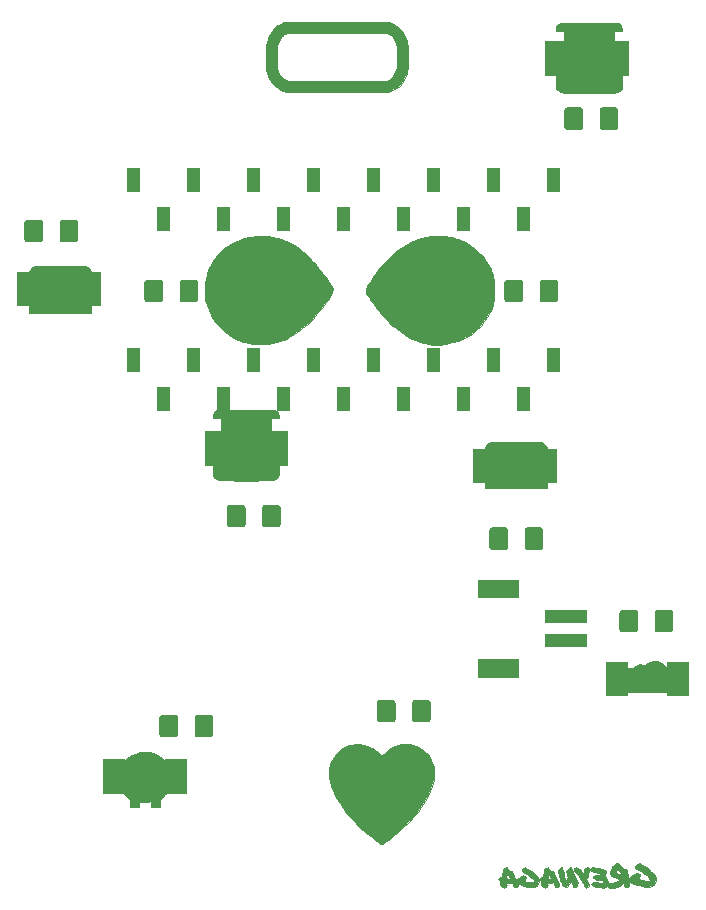
<source format=gbs>
G04 #@! TF.GenerationSoftware,KiCad,Pcbnew,5.1.5-52549c5~84~ubuntu18.04.1*
G04 #@! TF.CreationDate,2020-02-22T18:37:13-07:00*
G04 #@! TF.ProjectId,001,3030312e-6b69-4636-9164-5f7063625858,rev?*
G04 #@! TF.SameCoordinates,Original*
G04 #@! TF.FileFunction,Soldermask,Bot*
G04 #@! TF.FilePolarity,Negative*
%FSLAX46Y46*%
G04 Gerber Fmt 4.6, Leading zero omitted, Abs format (unit mm)*
G04 Created by KiCad (PCBNEW 5.1.5-52549c5~84~ubuntu18.04.1) date 2020-02-22 18:37:13*
%MOMM*%
%LPD*%
G04 APERTURE LIST*
%ADD10C,0.010000*%
%ADD11C,0.009375*%
%ADD12C,0.100000*%
G04 APERTURE END LIST*
D10*
G36*
X140716558Y-50845378D02*
G01*
X141071770Y-50845921D01*
X141388994Y-50846741D01*
X141668955Y-50847842D01*
X141912376Y-50849226D01*
X142119981Y-50850896D01*
X142292494Y-50852855D01*
X142430640Y-50855105D01*
X142535142Y-50857650D01*
X142606726Y-50860491D01*
X142642166Y-50863135D01*
X142921901Y-50913287D01*
X143179751Y-50998039D01*
X143419193Y-51119141D01*
X143643706Y-51278344D01*
X143851540Y-51471909D01*
X144047227Y-51705893D01*
X144206828Y-51960700D01*
X144331007Y-52237680D01*
X144420427Y-52538181D01*
X144451322Y-52691897D01*
X144459494Y-52747743D01*
X144466250Y-52814350D01*
X144471705Y-52895834D01*
X144475976Y-52996314D01*
X144479179Y-53119907D01*
X144481431Y-53270731D01*
X144482847Y-53452904D01*
X144483544Y-53670544D01*
X144483666Y-53837416D01*
X144483384Y-54080994D01*
X144482460Y-54286360D01*
X144480779Y-54457631D01*
X144478223Y-54598925D01*
X144474677Y-54714360D01*
X144470025Y-54808053D01*
X144464149Y-54884123D01*
X144456934Y-54946687D01*
X144451322Y-54982935D01*
X144380882Y-55283323D01*
X144277568Y-55564446D01*
X144143785Y-55823823D01*
X143981938Y-56058972D01*
X143794432Y-56267412D01*
X143583672Y-56446662D01*
X143352062Y-56594242D01*
X143102008Y-56707670D01*
X142835915Y-56784464D01*
X142679606Y-56810693D01*
X142634150Y-56813693D01*
X142549208Y-56816459D01*
X142427329Y-56818995D01*
X142271060Y-56821302D01*
X142082949Y-56823385D01*
X141865542Y-56825245D01*
X141621389Y-56826886D01*
X141353035Y-56828310D01*
X141063030Y-56829520D01*
X140753920Y-56830519D01*
X140428253Y-56831309D01*
X140088577Y-56831894D01*
X139737439Y-56832277D01*
X139377387Y-56832460D01*
X139010969Y-56832446D01*
X138640731Y-56832237D01*
X138269222Y-56831838D01*
X137898990Y-56831250D01*
X137532581Y-56830476D01*
X137172543Y-56829519D01*
X136821425Y-56828382D01*
X136481773Y-56827068D01*
X136156135Y-56825579D01*
X135847059Y-56823919D01*
X135557093Y-56822089D01*
X135288783Y-56820094D01*
X135044678Y-56817936D01*
X134827325Y-56815617D01*
X134639272Y-56813141D01*
X134483066Y-56810510D01*
X134361254Y-56807727D01*
X134276386Y-56804795D01*
X134231007Y-56801716D01*
X134228416Y-56801350D01*
X133958218Y-56738824D01*
X133706144Y-56639560D01*
X133469661Y-56502231D01*
X133246235Y-56325514D01*
X133157891Y-56241441D01*
X132959732Y-56013536D01*
X132793754Y-55758969D01*
X132661024Y-55479789D01*
X132562612Y-55178043D01*
X132530720Y-55039937D01*
X132521787Y-54992005D01*
X132514350Y-54940946D01*
X132508278Y-54882547D01*
X132503435Y-54812592D01*
X132499689Y-54726866D01*
X132496908Y-54621156D01*
X132494958Y-54491246D01*
X132493705Y-54332921D01*
X132493018Y-54141967D01*
X132492762Y-53914170D01*
X132492750Y-53837416D01*
X132492880Y-53599211D01*
X132493365Y-53399093D01*
X132494345Y-53232815D01*
X132495960Y-53096130D01*
X132498352Y-52984792D01*
X132501659Y-52894555D01*
X132506009Y-52821416D01*
X133445250Y-52821416D01*
X133445250Y-54853416D01*
X133507202Y-55042449D01*
X133597883Y-55259989D01*
X133717408Y-55450459D01*
X133863324Y-55611216D01*
X134033178Y-55739617D01*
X134224517Y-55833021D01*
X134249306Y-55841926D01*
X134263855Y-55846310D01*
X134282260Y-55850333D01*
X134306307Y-55854011D01*
X134337785Y-55857358D01*
X134378481Y-55860392D01*
X134430185Y-55863128D01*
X134494682Y-55865582D01*
X134573761Y-55867769D01*
X134669210Y-55869705D01*
X134782816Y-55871406D01*
X134916367Y-55872889D01*
X135071652Y-55874168D01*
X135250457Y-55875260D01*
X135454571Y-55876180D01*
X135685781Y-55876944D01*
X135945875Y-55877568D01*
X136236642Y-55878068D01*
X136559867Y-55878460D01*
X136917341Y-55878760D01*
X137310849Y-55878982D01*
X137742181Y-55879144D01*
X138213123Y-55879260D01*
X138475739Y-55879308D01*
X138966954Y-55879381D01*
X139417643Y-55879415D01*
X139829611Y-55879394D01*
X140204665Y-55879301D01*
X140544610Y-55879119D01*
X140851254Y-55878833D01*
X141126402Y-55878424D01*
X141371860Y-55877876D01*
X141589436Y-55877173D01*
X141780935Y-55876298D01*
X141948163Y-55875233D01*
X142092927Y-55873963D01*
X142217034Y-55872470D01*
X142322289Y-55870737D01*
X142410498Y-55868749D01*
X142483469Y-55866487D01*
X142543007Y-55863936D01*
X142590918Y-55861079D01*
X142629010Y-55857899D01*
X142659087Y-55854379D01*
X142682958Y-55850502D01*
X142702426Y-55846252D01*
X142719300Y-55841611D01*
X142724908Y-55839898D01*
X142904754Y-55762243D01*
X143069984Y-55647679D01*
X143217177Y-55500122D01*
X143342914Y-55323487D01*
X143443774Y-55121692D01*
X143503167Y-54948666D01*
X143512337Y-54912718D01*
X143519943Y-54873434D01*
X143526130Y-54826681D01*
X143531039Y-54768325D01*
X143534816Y-54694233D01*
X143537603Y-54600270D01*
X143539545Y-54482303D01*
X143540784Y-54336200D01*
X143541463Y-54157825D01*
X143541728Y-53943046D01*
X143541750Y-53837416D01*
X143541619Y-53605455D01*
X143541133Y-53411694D01*
X143540149Y-53252001D01*
X143538522Y-53122244D01*
X143536111Y-53018289D01*
X143532773Y-52936005D01*
X143528363Y-52871259D01*
X143522740Y-52819919D01*
X143515761Y-52777851D01*
X143507281Y-52740924D01*
X143503298Y-52726166D01*
X143428093Y-52517854D01*
X143325798Y-52327286D01*
X143200605Y-52159154D01*
X143056706Y-52018151D01*
X142898294Y-51908969D01*
X142729563Y-51836303D01*
X142700985Y-51828139D01*
X142682780Y-51823934D01*
X142660071Y-51820084D01*
X142631070Y-51816578D01*
X142593988Y-51813403D01*
X142547037Y-51810547D01*
X142488429Y-51807998D01*
X142416373Y-51805743D01*
X142329083Y-51803771D01*
X142224768Y-51802070D01*
X142101641Y-51800627D01*
X141957913Y-51799430D01*
X141791794Y-51798468D01*
X141601498Y-51797727D01*
X141385234Y-51797196D01*
X141141214Y-51796863D01*
X140867649Y-51796716D01*
X140562751Y-51796742D01*
X140224732Y-51796929D01*
X139851802Y-51797266D01*
X139442172Y-51797739D01*
X138994055Y-51798338D01*
X138505661Y-51799049D01*
X138428897Y-51799164D01*
X134289711Y-51805416D01*
X134132064Y-51884098D01*
X134041287Y-51934180D01*
X133950681Y-51991966D01*
X133878863Y-52045524D01*
X133874878Y-52048929D01*
X133763854Y-52164906D01*
X133659787Y-52310911D01*
X133570426Y-52474646D01*
X133507202Y-52632384D01*
X133445250Y-52821416D01*
X132506009Y-52821416D01*
X132506024Y-52821173D01*
X132511585Y-52760398D01*
X132518485Y-52707985D01*
X132526863Y-52659686D01*
X132532657Y-52630916D01*
X132617004Y-52319301D01*
X132733603Y-52032127D01*
X132880964Y-51771068D01*
X133057595Y-51537799D01*
X133262005Y-51333993D01*
X133492703Y-51161325D01*
X133748197Y-51021468D01*
X134026997Y-50916097D01*
X134071785Y-50903076D01*
X134249583Y-50853368D01*
X138345333Y-50846732D01*
X138901346Y-50845928D01*
X139415752Y-50845388D01*
X139889273Y-50845114D01*
X140322633Y-50845110D01*
X140716558Y-50845378D01*
G37*
X140716558Y-50845378D02*
X141071770Y-50845921D01*
X141388994Y-50846741D01*
X141668955Y-50847842D01*
X141912376Y-50849226D01*
X142119981Y-50850896D01*
X142292494Y-50852855D01*
X142430640Y-50855105D01*
X142535142Y-50857650D01*
X142606726Y-50860491D01*
X142642166Y-50863135D01*
X142921901Y-50913287D01*
X143179751Y-50998039D01*
X143419193Y-51119141D01*
X143643706Y-51278344D01*
X143851540Y-51471909D01*
X144047227Y-51705893D01*
X144206828Y-51960700D01*
X144331007Y-52237680D01*
X144420427Y-52538181D01*
X144451322Y-52691897D01*
X144459494Y-52747743D01*
X144466250Y-52814350D01*
X144471705Y-52895834D01*
X144475976Y-52996314D01*
X144479179Y-53119907D01*
X144481431Y-53270731D01*
X144482847Y-53452904D01*
X144483544Y-53670544D01*
X144483666Y-53837416D01*
X144483384Y-54080994D01*
X144482460Y-54286360D01*
X144480779Y-54457631D01*
X144478223Y-54598925D01*
X144474677Y-54714360D01*
X144470025Y-54808053D01*
X144464149Y-54884123D01*
X144456934Y-54946687D01*
X144451322Y-54982935D01*
X144380882Y-55283323D01*
X144277568Y-55564446D01*
X144143785Y-55823823D01*
X143981938Y-56058972D01*
X143794432Y-56267412D01*
X143583672Y-56446662D01*
X143352062Y-56594242D01*
X143102008Y-56707670D01*
X142835915Y-56784464D01*
X142679606Y-56810693D01*
X142634150Y-56813693D01*
X142549208Y-56816459D01*
X142427329Y-56818995D01*
X142271060Y-56821302D01*
X142082949Y-56823385D01*
X141865542Y-56825245D01*
X141621389Y-56826886D01*
X141353035Y-56828310D01*
X141063030Y-56829520D01*
X140753920Y-56830519D01*
X140428253Y-56831309D01*
X140088577Y-56831894D01*
X139737439Y-56832277D01*
X139377387Y-56832460D01*
X139010969Y-56832446D01*
X138640731Y-56832237D01*
X138269222Y-56831838D01*
X137898990Y-56831250D01*
X137532581Y-56830476D01*
X137172543Y-56829519D01*
X136821425Y-56828382D01*
X136481773Y-56827068D01*
X136156135Y-56825579D01*
X135847059Y-56823919D01*
X135557093Y-56822089D01*
X135288783Y-56820094D01*
X135044678Y-56817936D01*
X134827325Y-56815617D01*
X134639272Y-56813141D01*
X134483066Y-56810510D01*
X134361254Y-56807727D01*
X134276386Y-56804795D01*
X134231007Y-56801716D01*
X134228416Y-56801350D01*
X133958218Y-56738824D01*
X133706144Y-56639560D01*
X133469661Y-56502231D01*
X133246235Y-56325514D01*
X133157891Y-56241441D01*
X132959732Y-56013536D01*
X132793754Y-55758969D01*
X132661024Y-55479789D01*
X132562612Y-55178043D01*
X132530720Y-55039937D01*
X132521787Y-54992005D01*
X132514350Y-54940946D01*
X132508278Y-54882547D01*
X132503435Y-54812592D01*
X132499689Y-54726866D01*
X132496908Y-54621156D01*
X132494958Y-54491246D01*
X132493705Y-54332921D01*
X132493018Y-54141967D01*
X132492762Y-53914170D01*
X132492750Y-53837416D01*
X132492880Y-53599211D01*
X132493365Y-53399093D01*
X132494345Y-53232815D01*
X132495960Y-53096130D01*
X132498352Y-52984792D01*
X132501659Y-52894555D01*
X132506009Y-52821416D01*
X133445250Y-52821416D01*
X133445250Y-54853416D01*
X133507202Y-55042449D01*
X133597883Y-55259989D01*
X133717408Y-55450459D01*
X133863324Y-55611216D01*
X134033178Y-55739617D01*
X134224517Y-55833021D01*
X134249306Y-55841926D01*
X134263855Y-55846310D01*
X134282260Y-55850333D01*
X134306307Y-55854011D01*
X134337785Y-55857358D01*
X134378481Y-55860392D01*
X134430185Y-55863128D01*
X134494682Y-55865582D01*
X134573761Y-55867769D01*
X134669210Y-55869705D01*
X134782816Y-55871406D01*
X134916367Y-55872889D01*
X135071652Y-55874168D01*
X135250457Y-55875260D01*
X135454571Y-55876180D01*
X135685781Y-55876944D01*
X135945875Y-55877568D01*
X136236642Y-55878068D01*
X136559867Y-55878460D01*
X136917341Y-55878760D01*
X137310849Y-55878982D01*
X137742181Y-55879144D01*
X138213123Y-55879260D01*
X138475739Y-55879308D01*
X138966954Y-55879381D01*
X139417643Y-55879415D01*
X139829611Y-55879394D01*
X140204665Y-55879301D01*
X140544610Y-55879119D01*
X140851254Y-55878833D01*
X141126402Y-55878424D01*
X141371860Y-55877876D01*
X141589436Y-55877173D01*
X141780935Y-55876298D01*
X141948163Y-55875233D01*
X142092927Y-55873963D01*
X142217034Y-55872470D01*
X142322289Y-55870737D01*
X142410498Y-55868749D01*
X142483469Y-55866487D01*
X142543007Y-55863936D01*
X142590918Y-55861079D01*
X142629010Y-55857899D01*
X142659087Y-55854379D01*
X142682958Y-55850502D01*
X142702426Y-55846252D01*
X142719300Y-55841611D01*
X142724908Y-55839898D01*
X142904754Y-55762243D01*
X143069984Y-55647679D01*
X143217177Y-55500122D01*
X143342914Y-55323487D01*
X143443774Y-55121692D01*
X143503167Y-54948666D01*
X143512337Y-54912718D01*
X143519943Y-54873434D01*
X143526130Y-54826681D01*
X143531039Y-54768325D01*
X143534816Y-54694233D01*
X143537603Y-54600270D01*
X143539545Y-54482303D01*
X143540784Y-54336200D01*
X143541463Y-54157825D01*
X143541728Y-53943046D01*
X143541750Y-53837416D01*
X143541619Y-53605455D01*
X143541133Y-53411694D01*
X143540149Y-53252001D01*
X143538522Y-53122244D01*
X143536111Y-53018289D01*
X143532773Y-52936005D01*
X143528363Y-52871259D01*
X143522740Y-52819919D01*
X143515761Y-52777851D01*
X143507281Y-52740924D01*
X143503298Y-52726166D01*
X143428093Y-52517854D01*
X143325798Y-52327286D01*
X143200605Y-52159154D01*
X143056706Y-52018151D01*
X142898294Y-51908969D01*
X142729563Y-51836303D01*
X142700985Y-51828139D01*
X142682780Y-51823934D01*
X142660071Y-51820084D01*
X142631070Y-51816578D01*
X142593988Y-51813403D01*
X142547037Y-51810547D01*
X142488429Y-51807998D01*
X142416373Y-51805743D01*
X142329083Y-51803771D01*
X142224768Y-51802070D01*
X142101641Y-51800627D01*
X141957913Y-51799430D01*
X141791794Y-51798468D01*
X141601498Y-51797727D01*
X141385234Y-51797196D01*
X141141214Y-51796863D01*
X140867649Y-51796716D01*
X140562751Y-51796742D01*
X140224732Y-51796929D01*
X139851802Y-51797266D01*
X139442172Y-51797739D01*
X138994055Y-51798338D01*
X138505661Y-51799049D01*
X138428897Y-51799164D01*
X134289711Y-51805416D01*
X134132064Y-51884098D01*
X134041287Y-51934180D01*
X133950681Y-51991966D01*
X133878863Y-52045524D01*
X133874878Y-52048929D01*
X133763854Y-52164906D01*
X133659787Y-52310911D01*
X133570426Y-52474646D01*
X133507202Y-52632384D01*
X133445250Y-52821416D01*
X132506009Y-52821416D01*
X132506024Y-52821173D01*
X132511585Y-52760398D01*
X132518485Y-52707985D01*
X132526863Y-52659686D01*
X132532657Y-52630916D01*
X132617004Y-52319301D01*
X132733603Y-52032127D01*
X132880964Y-51771068D01*
X133057595Y-51537799D01*
X133262005Y-51333993D01*
X133492703Y-51161325D01*
X133748197Y-51021468D01*
X134026997Y-50916097D01*
X134071785Y-50903076D01*
X134249583Y-50853368D01*
X138345333Y-50846732D01*
X138901346Y-50845928D01*
X139415752Y-50845388D01*
X139889273Y-50845114D01*
X140322633Y-50845110D01*
X140716558Y-50845378D01*
G36*
X162189583Y-50927413D02*
G01*
X162295416Y-50977531D01*
X162418424Y-51051943D01*
X162509061Y-51145774D01*
X162570796Y-51264306D01*
X162607099Y-51412822D01*
X162613281Y-51461458D01*
X162628431Y-51604333D01*
X161925000Y-51604333D01*
X161925000Y-53001333D01*
X162627617Y-53001333D01*
X162619149Y-54721125D01*
X162617472Y-55040265D01*
X162615751Y-55319659D01*
X162613931Y-55561891D01*
X162611956Y-55769549D01*
X162609771Y-55945219D01*
X162607320Y-56091486D01*
X162604549Y-56210937D01*
X162601402Y-56306158D01*
X162597823Y-56379736D01*
X162593758Y-56434256D01*
X162589150Y-56472305D01*
X162583945Y-56496469D01*
X162580978Y-56504416D01*
X162496638Y-56639041D01*
X162385285Y-56741293D01*
X162248210Y-56810280D01*
X162088074Y-56844973D01*
X162010508Y-56856330D01*
X161960747Y-56870759D01*
X161946166Y-56883879D01*
X161935089Y-56888113D01*
X161900725Y-56891884D01*
X161841378Y-56895212D01*
X161755348Y-56898115D01*
X161640938Y-56900613D01*
X161496450Y-56902726D01*
X161320185Y-56904474D01*
X161110447Y-56905877D01*
X160865538Y-56906953D01*
X160583758Y-56907722D01*
X160263411Y-56908204D01*
X159902798Y-56908419D01*
X159818916Y-56908432D01*
X159444901Y-56908326D01*
X159111706Y-56907927D01*
X158817818Y-56907218D01*
X158561724Y-56906182D01*
X158341911Y-56904803D01*
X158156866Y-56903064D01*
X158005077Y-56900949D01*
X157885031Y-56898440D01*
X157795215Y-56895520D01*
X157734116Y-56892174D01*
X157700222Y-56888384D01*
X157691666Y-56884890D01*
X157671948Y-56870742D01*
X157618315Y-56855413D01*
X157539044Y-56841140D01*
X157519789Y-56838469D01*
X157378178Y-56808811D01*
X157265858Y-56758078D01*
X157172606Y-56680394D01*
X157110695Y-56603285D01*
X157084100Y-56563051D01*
X157065535Y-56525125D01*
X157052953Y-56480097D01*
X157044309Y-56418557D01*
X157037555Y-56331098D01*
X157032566Y-56244043D01*
X157030075Y-56177098D01*
X157027665Y-56072066D01*
X157025377Y-55933191D01*
X157023249Y-55764720D01*
X157021320Y-55570896D01*
X157019632Y-55355967D01*
X157018223Y-55124176D01*
X157017133Y-54879771D01*
X157016402Y-54626995D01*
X157016169Y-54488291D01*
X157014333Y-53001333D01*
X157712833Y-53001333D01*
X157712833Y-51604333D01*
X157008211Y-51604333D01*
X157020764Y-51469905D01*
X157033539Y-51381217D01*
X157053199Y-51294653D01*
X157068522Y-51247491D01*
X157116597Y-51166376D01*
X157191021Y-51083466D01*
X157278507Y-51010955D01*
X157365766Y-50961038D01*
X157390341Y-50952162D01*
X157415705Y-50947960D01*
X157463360Y-50944203D01*
X157535017Y-50940873D01*
X157632385Y-50937952D01*
X157757172Y-50935424D01*
X157911089Y-50933271D01*
X158095843Y-50931475D01*
X158313145Y-50930019D01*
X158564704Y-50928885D01*
X158852229Y-50928057D01*
X159177428Y-50927515D01*
X159542012Y-50927244D01*
X159831955Y-50927206D01*
X162189583Y-50927413D01*
G37*
X162189583Y-50927413D02*
X162295416Y-50977531D01*
X162418424Y-51051943D01*
X162509061Y-51145774D01*
X162570796Y-51264306D01*
X162607099Y-51412822D01*
X162613281Y-51461458D01*
X162628431Y-51604333D01*
X161925000Y-51604333D01*
X161925000Y-53001333D01*
X162627617Y-53001333D01*
X162619149Y-54721125D01*
X162617472Y-55040265D01*
X162615751Y-55319659D01*
X162613931Y-55561891D01*
X162611956Y-55769549D01*
X162609771Y-55945219D01*
X162607320Y-56091486D01*
X162604549Y-56210937D01*
X162601402Y-56306158D01*
X162597823Y-56379736D01*
X162593758Y-56434256D01*
X162589150Y-56472305D01*
X162583945Y-56496469D01*
X162580978Y-56504416D01*
X162496638Y-56639041D01*
X162385285Y-56741293D01*
X162248210Y-56810280D01*
X162088074Y-56844973D01*
X162010508Y-56856330D01*
X161960747Y-56870759D01*
X161946166Y-56883879D01*
X161935089Y-56888113D01*
X161900725Y-56891884D01*
X161841378Y-56895212D01*
X161755348Y-56898115D01*
X161640938Y-56900613D01*
X161496450Y-56902726D01*
X161320185Y-56904474D01*
X161110447Y-56905877D01*
X160865538Y-56906953D01*
X160583758Y-56907722D01*
X160263411Y-56908204D01*
X159902798Y-56908419D01*
X159818916Y-56908432D01*
X159444901Y-56908326D01*
X159111706Y-56907927D01*
X158817818Y-56907218D01*
X158561724Y-56906182D01*
X158341911Y-56904803D01*
X158156866Y-56903064D01*
X158005077Y-56900949D01*
X157885031Y-56898440D01*
X157795215Y-56895520D01*
X157734116Y-56892174D01*
X157700222Y-56888384D01*
X157691666Y-56884890D01*
X157671948Y-56870742D01*
X157618315Y-56855413D01*
X157539044Y-56841140D01*
X157519789Y-56838469D01*
X157378178Y-56808811D01*
X157265858Y-56758078D01*
X157172606Y-56680394D01*
X157110695Y-56603285D01*
X157084100Y-56563051D01*
X157065535Y-56525125D01*
X157052953Y-56480097D01*
X157044309Y-56418557D01*
X157037555Y-56331098D01*
X157032566Y-56244043D01*
X157030075Y-56177098D01*
X157027665Y-56072066D01*
X157025377Y-55933191D01*
X157023249Y-55764720D01*
X157021320Y-55570896D01*
X157019632Y-55355967D01*
X157018223Y-55124176D01*
X157017133Y-54879771D01*
X157016402Y-54626995D01*
X157016169Y-54488291D01*
X157014333Y-53001333D01*
X157712833Y-53001333D01*
X157712833Y-51604333D01*
X157008211Y-51604333D01*
X157020764Y-51469905D01*
X157033539Y-51381217D01*
X157053199Y-51294653D01*
X157068522Y-51247491D01*
X157116597Y-51166376D01*
X157191021Y-51083466D01*
X157278507Y-51010955D01*
X157365766Y-50961038D01*
X157390341Y-50952162D01*
X157415705Y-50947960D01*
X157463360Y-50944203D01*
X157535017Y-50940873D01*
X157632385Y-50937952D01*
X157757172Y-50935424D01*
X157911089Y-50933271D01*
X158095843Y-50931475D01*
X158313145Y-50930019D01*
X158564704Y-50928885D01*
X158852229Y-50928057D01*
X159177428Y-50927515D01*
X159542012Y-50927244D01*
X159831955Y-50927206D01*
X162189583Y-50927413D01*
G36*
X115398832Y-71564729D02*
G01*
X115714225Y-71564894D01*
X115992152Y-71565234D01*
X116235045Y-71565786D01*
X116445339Y-71566585D01*
X116625467Y-71567665D01*
X116777861Y-71569061D01*
X116904956Y-71570809D01*
X117009185Y-71572943D01*
X117092980Y-71575500D01*
X117158777Y-71578513D01*
X117209007Y-71582018D01*
X117246104Y-71586050D01*
X117272503Y-71590643D01*
X117290635Y-71595834D01*
X117293927Y-71597131D01*
X117378282Y-71646052D01*
X117468004Y-71719810D01*
X117549285Y-71805502D01*
X117608317Y-71890224D01*
X117609075Y-71891631D01*
X117617263Y-71907387D01*
X117624423Y-71923927D01*
X117630634Y-71944069D01*
X117635976Y-71970633D01*
X117640529Y-72006437D01*
X117644373Y-72054299D01*
X117647587Y-72117036D01*
X117650251Y-72197468D01*
X117652444Y-72298413D01*
X117654247Y-72422689D01*
X117655739Y-72573114D01*
X117656999Y-72752507D01*
X117658107Y-72963685D01*
X117659144Y-73209468D01*
X117660188Y-73492674D01*
X117661015Y-73728791D01*
X117667114Y-75480333D01*
X112416166Y-75480333D01*
X112416166Y-72007592D01*
X112467180Y-71907754D01*
X112559845Y-71769595D01*
X112679789Y-71663009D01*
X112765416Y-71614414D01*
X112871250Y-71564913D01*
X115043540Y-71564706D01*
X115398832Y-71564729D01*
G37*
X115398832Y-71564729D02*
X115714225Y-71564894D01*
X115992152Y-71565234D01*
X116235045Y-71565786D01*
X116445339Y-71566585D01*
X116625467Y-71567665D01*
X116777861Y-71569061D01*
X116904956Y-71570809D01*
X117009185Y-71572943D01*
X117092980Y-71575500D01*
X117158777Y-71578513D01*
X117209007Y-71582018D01*
X117246104Y-71586050D01*
X117272503Y-71590643D01*
X117290635Y-71595834D01*
X117293927Y-71597131D01*
X117378282Y-71646052D01*
X117468004Y-71719810D01*
X117549285Y-71805502D01*
X117608317Y-71890224D01*
X117609075Y-71891631D01*
X117617263Y-71907387D01*
X117624423Y-71923927D01*
X117630634Y-71944069D01*
X117635976Y-71970633D01*
X117640529Y-72006437D01*
X117644373Y-72054299D01*
X117647587Y-72117036D01*
X117650251Y-72197468D01*
X117652444Y-72298413D01*
X117654247Y-72422689D01*
X117655739Y-72573114D01*
X117656999Y-72752507D01*
X117658107Y-72963685D01*
X117659144Y-73209468D01*
X117660188Y-73492674D01*
X117661015Y-73728791D01*
X117667114Y-75480333D01*
X112416166Y-75480333D01*
X112416166Y-72007592D01*
X112467180Y-71907754D01*
X112559845Y-71769595D01*
X112679789Y-71663009D01*
X112765416Y-71614414D01*
X112871250Y-71564913D01*
X115043540Y-71564706D01*
X115398832Y-71564729D01*
G36*
X132213804Y-69008902D02*
G01*
X132624867Y-69031140D01*
X133009849Y-69079351D01*
X133377686Y-69155723D01*
X133737315Y-69262442D01*
X134097674Y-69401695D01*
X134408333Y-69545834D01*
X134702804Y-69700716D01*
X134978804Y-69864788D01*
X135243285Y-70043187D01*
X135503199Y-70241053D01*
X135765496Y-70463525D01*
X136037129Y-70715740D01*
X136178133Y-70854124D01*
X136407257Y-71087625D01*
X136611830Y-71307628D01*
X136801645Y-71525387D01*
X136986495Y-71752156D01*
X137176171Y-71999189D01*
X137186788Y-72013386D01*
X137254294Y-72105487D01*
X137334395Y-72217593D01*
X137424097Y-72345261D01*
X137520406Y-72484047D01*
X137620328Y-72629508D01*
X137720868Y-72777200D01*
X137819034Y-72922681D01*
X137911830Y-73061508D01*
X137996263Y-73189235D01*
X138069339Y-73301421D01*
X138128063Y-73393622D01*
X138169442Y-73461395D01*
X138190482Y-73500296D01*
X138192406Y-73505796D01*
X138184673Y-73540193D01*
X138156233Y-73605218D01*
X138109777Y-73696220D01*
X138048001Y-73808550D01*
X137973596Y-73937558D01*
X137889258Y-74078595D01*
X137797679Y-74227011D01*
X137701553Y-74378156D01*
X137603574Y-74527381D01*
X137581728Y-74559952D01*
X137215947Y-75071785D01*
X136829169Y-75552907D01*
X136423206Y-76001501D01*
X135999873Y-76415753D01*
X135560983Y-76793847D01*
X135108350Y-77133966D01*
X134816113Y-77328457D01*
X134678010Y-77411156D01*
X134513406Y-77502173D01*
X134333175Y-77596093D01*
X134148192Y-77687504D01*
X133969331Y-77770992D01*
X133807466Y-77841144D01*
X133706960Y-77880576D01*
X133368856Y-77989827D01*
X133014249Y-78076002D01*
X132652601Y-78137799D01*
X132293375Y-78173917D01*
X131946033Y-78183053D01*
X131635500Y-78165536D01*
X131461088Y-78143613D01*
X131263165Y-78112172D01*
X131058648Y-78074254D01*
X130864452Y-78032902D01*
X130764649Y-78008907D01*
X130541449Y-77946664D01*
X130330083Y-77874712D01*
X130115451Y-77787418D01*
X129889250Y-77682465D01*
X129573086Y-77515436D01*
X129284640Y-77334023D01*
X129013668Y-77130793D01*
X128749925Y-76898310D01*
X128585894Y-76736580D01*
X128288305Y-76402497D01*
X128027291Y-76047177D01*
X127803180Y-75671251D01*
X127616299Y-75275353D01*
X127466978Y-74860114D01*
X127355544Y-74426166D01*
X127336125Y-74328144D01*
X127313912Y-74178499D01*
X127296590Y-73998752D01*
X127284556Y-73800896D01*
X127278209Y-73596923D01*
X127277944Y-73398826D01*
X127284161Y-73218596D01*
X127294989Y-73087070D01*
X127361948Y-72675446D01*
X127467603Y-72264387D01*
X127609168Y-71861918D01*
X127783856Y-71476064D01*
X127968671Y-71147086D01*
X128210634Y-70796920D01*
X128484943Y-70472956D01*
X128789437Y-70176873D01*
X129121955Y-69910349D01*
X129480335Y-69675063D01*
X129862417Y-69472696D01*
X130266039Y-69304926D01*
X130398885Y-69258988D01*
X130703902Y-69167397D01*
X131000041Y-69097785D01*
X131297425Y-69048758D01*
X131606176Y-69018920D01*
X131936419Y-69006878D01*
X132213804Y-69008902D01*
G37*
X132213804Y-69008902D02*
X132624867Y-69031140D01*
X133009849Y-69079351D01*
X133377686Y-69155723D01*
X133737315Y-69262442D01*
X134097674Y-69401695D01*
X134408333Y-69545834D01*
X134702804Y-69700716D01*
X134978804Y-69864788D01*
X135243285Y-70043187D01*
X135503199Y-70241053D01*
X135765496Y-70463525D01*
X136037129Y-70715740D01*
X136178133Y-70854124D01*
X136407257Y-71087625D01*
X136611830Y-71307628D01*
X136801645Y-71525387D01*
X136986495Y-71752156D01*
X137176171Y-71999189D01*
X137186788Y-72013386D01*
X137254294Y-72105487D01*
X137334395Y-72217593D01*
X137424097Y-72345261D01*
X137520406Y-72484047D01*
X137620328Y-72629508D01*
X137720868Y-72777200D01*
X137819034Y-72922681D01*
X137911830Y-73061508D01*
X137996263Y-73189235D01*
X138069339Y-73301421D01*
X138128063Y-73393622D01*
X138169442Y-73461395D01*
X138190482Y-73500296D01*
X138192406Y-73505796D01*
X138184673Y-73540193D01*
X138156233Y-73605218D01*
X138109777Y-73696220D01*
X138048001Y-73808550D01*
X137973596Y-73937558D01*
X137889258Y-74078595D01*
X137797679Y-74227011D01*
X137701553Y-74378156D01*
X137603574Y-74527381D01*
X137581728Y-74559952D01*
X137215947Y-75071785D01*
X136829169Y-75552907D01*
X136423206Y-76001501D01*
X135999873Y-76415753D01*
X135560983Y-76793847D01*
X135108350Y-77133966D01*
X134816113Y-77328457D01*
X134678010Y-77411156D01*
X134513406Y-77502173D01*
X134333175Y-77596093D01*
X134148192Y-77687504D01*
X133969331Y-77770992D01*
X133807466Y-77841144D01*
X133706960Y-77880576D01*
X133368856Y-77989827D01*
X133014249Y-78076002D01*
X132652601Y-78137799D01*
X132293375Y-78173917D01*
X131946033Y-78183053D01*
X131635500Y-78165536D01*
X131461088Y-78143613D01*
X131263165Y-78112172D01*
X131058648Y-78074254D01*
X130864452Y-78032902D01*
X130764649Y-78008907D01*
X130541449Y-77946664D01*
X130330083Y-77874712D01*
X130115451Y-77787418D01*
X129889250Y-77682465D01*
X129573086Y-77515436D01*
X129284640Y-77334023D01*
X129013668Y-77130793D01*
X128749925Y-76898310D01*
X128585894Y-76736580D01*
X128288305Y-76402497D01*
X128027291Y-76047177D01*
X127803180Y-75671251D01*
X127616299Y-75275353D01*
X127466978Y-74860114D01*
X127355544Y-74426166D01*
X127336125Y-74328144D01*
X127313912Y-74178499D01*
X127296590Y-73998752D01*
X127284556Y-73800896D01*
X127278209Y-73596923D01*
X127277944Y-73398826D01*
X127284161Y-73218596D01*
X127294989Y-73087070D01*
X127361948Y-72675446D01*
X127467603Y-72264387D01*
X127609168Y-71861918D01*
X127783856Y-71476064D01*
X127968671Y-71147086D01*
X128210634Y-70796920D01*
X128484943Y-70472956D01*
X128789437Y-70176873D01*
X129121955Y-69910349D01*
X129480335Y-69675063D01*
X129862417Y-69472696D01*
X130266039Y-69304926D01*
X130398885Y-69258988D01*
X130703902Y-69167397D01*
X131000041Y-69097785D01*
X131297425Y-69048758D01*
X131606176Y-69018920D01*
X131936419Y-69006878D01*
X132213804Y-69008902D01*
G36*
X147312168Y-68993621D02*
G01*
X147647712Y-69018894D01*
X147973366Y-69062447D01*
X148276022Y-69123201D01*
X148343710Y-69140203D01*
X148734327Y-69263304D01*
X149120854Y-69425492D01*
X149497802Y-69623545D01*
X149859681Y-69854240D01*
X150201003Y-70114356D01*
X150516280Y-70400669D01*
X150552578Y-70437117D01*
X150822981Y-70733798D01*
X151057824Y-71040410D01*
X151263883Y-71366518D01*
X151418341Y-71659750D01*
X151497149Y-71825866D01*
X151563552Y-71976367D01*
X151618582Y-72116943D01*
X151663270Y-72253286D01*
X151698646Y-72391088D01*
X151725742Y-72536040D01*
X151745590Y-72693832D01*
X151759220Y-72870158D01*
X151767663Y-73070708D01*
X151771952Y-73301174D01*
X151773116Y-73567246D01*
X151773075Y-73617666D01*
X151771851Y-73881819D01*
X151768302Y-74109103D01*
X151761440Y-74304959D01*
X151750277Y-74474831D01*
X151733827Y-74624161D01*
X151711099Y-74758391D01*
X151681108Y-74882965D01*
X151642864Y-75003325D01*
X151595380Y-75124912D01*
X151537669Y-75253171D01*
X151468741Y-75393544D01*
X151440740Y-75448583D01*
X151208628Y-75859543D01*
X150949481Y-76239185D01*
X150664061Y-76586767D01*
X150353132Y-76901547D01*
X150017457Y-77182784D01*
X149657801Y-77429736D01*
X149274925Y-77641663D01*
X149097894Y-77724243D01*
X148723884Y-77873122D01*
X148329627Y-78000356D01*
X147931986Y-78100868D01*
X147691750Y-78147439D01*
X147512138Y-78171789D01*
X147308863Y-78189190D01*
X147096389Y-78199097D01*
X146889182Y-78200966D01*
X146701708Y-78194255D01*
X146621500Y-78187676D01*
X146265517Y-78136977D01*
X145893916Y-78057138D01*
X145518392Y-77951363D01*
X145150640Y-77822856D01*
X144881369Y-77710987D01*
X144524893Y-77533876D01*
X144163141Y-77320311D01*
X143801986Y-77074676D01*
X143447306Y-76801353D01*
X143104974Y-76504727D01*
X142780867Y-76189180D01*
X142637992Y-76037215D01*
X142447594Y-75824077D01*
X142258355Y-75603412D01*
X142072592Y-75378478D01*
X141892623Y-75152529D01*
X141720767Y-74928823D01*
X141559340Y-74710616D01*
X141410661Y-74501163D01*
X141277047Y-74303722D01*
X141160817Y-74121548D01*
X141064288Y-73957897D01*
X140989777Y-73816026D01*
X140939603Y-73699191D01*
X140917501Y-73620140D01*
X140917701Y-73544933D01*
X140941614Y-73450243D01*
X140990501Y-73332932D01*
X141065622Y-73189862D01*
X141142670Y-73059294D01*
X141328759Y-72768434D01*
X141536102Y-72468053D01*
X141760331Y-72163301D01*
X141997078Y-71859327D01*
X142241976Y-71561280D01*
X142490656Y-71274310D01*
X142738751Y-71003564D01*
X142981893Y-70754193D01*
X143215715Y-70531345D01*
X143435849Y-70340170D01*
X143478250Y-70305869D01*
X143885768Y-70002688D01*
X144297550Y-69740831D01*
X144715956Y-69519331D01*
X145143349Y-69337221D01*
X145582091Y-69193536D01*
X146034544Y-69087308D01*
X146503070Y-69017570D01*
X146663833Y-69002216D01*
X146979839Y-68987702D01*
X147312168Y-68993621D01*
G37*
X147312168Y-68993621D02*
X147647712Y-69018894D01*
X147973366Y-69062447D01*
X148276022Y-69123201D01*
X148343710Y-69140203D01*
X148734327Y-69263304D01*
X149120854Y-69425492D01*
X149497802Y-69623545D01*
X149859681Y-69854240D01*
X150201003Y-70114356D01*
X150516280Y-70400669D01*
X150552578Y-70437117D01*
X150822981Y-70733798D01*
X151057824Y-71040410D01*
X151263883Y-71366518D01*
X151418341Y-71659750D01*
X151497149Y-71825866D01*
X151563552Y-71976367D01*
X151618582Y-72116943D01*
X151663270Y-72253286D01*
X151698646Y-72391088D01*
X151725742Y-72536040D01*
X151745590Y-72693832D01*
X151759220Y-72870158D01*
X151767663Y-73070708D01*
X151771952Y-73301174D01*
X151773116Y-73567246D01*
X151773075Y-73617666D01*
X151771851Y-73881819D01*
X151768302Y-74109103D01*
X151761440Y-74304959D01*
X151750277Y-74474831D01*
X151733827Y-74624161D01*
X151711099Y-74758391D01*
X151681108Y-74882965D01*
X151642864Y-75003325D01*
X151595380Y-75124912D01*
X151537669Y-75253171D01*
X151468741Y-75393544D01*
X151440740Y-75448583D01*
X151208628Y-75859543D01*
X150949481Y-76239185D01*
X150664061Y-76586767D01*
X150353132Y-76901547D01*
X150017457Y-77182784D01*
X149657801Y-77429736D01*
X149274925Y-77641663D01*
X149097894Y-77724243D01*
X148723884Y-77873122D01*
X148329627Y-78000356D01*
X147931986Y-78100868D01*
X147691750Y-78147439D01*
X147512138Y-78171789D01*
X147308863Y-78189190D01*
X147096389Y-78199097D01*
X146889182Y-78200966D01*
X146701708Y-78194255D01*
X146621500Y-78187676D01*
X146265517Y-78136977D01*
X145893916Y-78057138D01*
X145518392Y-77951363D01*
X145150640Y-77822856D01*
X144881369Y-77710987D01*
X144524893Y-77533876D01*
X144163141Y-77320311D01*
X143801986Y-77074676D01*
X143447306Y-76801353D01*
X143104974Y-76504727D01*
X142780867Y-76189180D01*
X142637992Y-76037215D01*
X142447594Y-75824077D01*
X142258355Y-75603412D01*
X142072592Y-75378478D01*
X141892623Y-75152529D01*
X141720767Y-74928823D01*
X141559340Y-74710616D01*
X141410661Y-74501163D01*
X141277047Y-74303722D01*
X141160817Y-74121548D01*
X141064288Y-73957897D01*
X140989777Y-73816026D01*
X140939603Y-73699191D01*
X140917501Y-73620140D01*
X140917701Y-73544933D01*
X140941614Y-73450243D01*
X140990501Y-73332932D01*
X141065622Y-73189862D01*
X141142670Y-73059294D01*
X141328759Y-72768434D01*
X141536102Y-72468053D01*
X141760331Y-72163301D01*
X141997078Y-71859327D01*
X142241976Y-71561280D01*
X142490656Y-71274310D01*
X142738751Y-71003564D01*
X142981893Y-70754193D01*
X143215715Y-70531345D01*
X143435849Y-70340170D01*
X143478250Y-70305869D01*
X143885768Y-70002688D01*
X144297550Y-69740831D01*
X144715956Y-69519331D01*
X145143349Y-69337221D01*
X145582091Y-69193536D01*
X146034544Y-69087308D01*
X146503070Y-69017570D01*
X146663833Y-69002216D01*
X146979839Y-68987702D01*
X147312168Y-68993621D01*
G36*
X132247837Y-83715810D02*
G01*
X132447907Y-83716555D01*
X132619962Y-83718015D01*
X132766387Y-83720312D01*
X132889568Y-83723566D01*
X132991891Y-83727899D01*
X133075743Y-83733430D01*
X133143510Y-83740282D01*
X133197578Y-83748575D01*
X133240333Y-83758430D01*
X133274162Y-83769967D01*
X133301450Y-83783308D01*
X133324584Y-83798574D01*
X133345951Y-83815885D01*
X133367935Y-83835362D01*
X133387494Y-83852518D01*
X133476575Y-83951699D01*
X133536305Y-84073877D01*
X133569305Y-84224681D01*
X133571964Y-84248625D01*
X133586202Y-84391500D01*
X132884333Y-84391500D01*
X132884333Y-85787451D01*
X133228291Y-85793267D01*
X133572250Y-85799083D01*
X133570559Y-87513583D01*
X133570280Y-87829458D01*
X133569986Y-88105854D01*
X133569492Y-88345623D01*
X133568615Y-88551618D01*
X133567171Y-88726693D01*
X133564977Y-88873701D01*
X133561849Y-88995495D01*
X133557604Y-89094928D01*
X133552057Y-89174853D01*
X133545026Y-89238124D01*
X133536326Y-89287594D01*
X133525774Y-89326115D01*
X133513186Y-89356542D01*
X133498379Y-89381726D01*
X133481169Y-89404522D01*
X133461373Y-89427783D01*
X133446226Y-89445456D01*
X133336533Y-89544317D01*
X133203753Y-89607872D01*
X133052082Y-89636033D01*
X132965399Y-89645485D01*
X132917729Y-89659050D01*
X132905500Y-89674396D01*
X132899204Y-89679060D01*
X132878857Y-89683198D01*
X132842265Y-89686840D01*
X132787237Y-89690014D01*
X132711580Y-89692749D01*
X132613103Y-89695075D01*
X132489612Y-89697019D01*
X132338916Y-89698611D01*
X132158823Y-89699880D01*
X131947140Y-89700854D01*
X131701675Y-89701562D01*
X131420237Y-89702034D01*
X131100632Y-89702297D01*
X130778250Y-89702381D01*
X130422645Y-89702317D01*
X130107174Y-89702070D01*
X129829635Y-89701609D01*
X129587829Y-89700907D01*
X129379555Y-89699933D01*
X129202614Y-89698660D01*
X129054804Y-89697059D01*
X128933926Y-89695100D01*
X128837780Y-89692755D01*
X128764165Y-89689996D01*
X128710882Y-89686792D01*
X128675730Y-89683116D01*
X128656508Y-89678938D01*
X128651000Y-89674505D01*
X128633849Y-89656554D01*
X128580272Y-89643628D01*
X128508125Y-89636265D01*
X128359917Y-89611107D01*
X128236853Y-89556440D01*
X128130265Y-89468235D01*
X128117652Y-89454632D01*
X128094171Y-89428991D01*
X128073616Y-89405533D01*
X128055794Y-89381415D01*
X128040509Y-89353792D01*
X128027567Y-89319818D01*
X128016774Y-89276648D01*
X128007935Y-89221438D01*
X128000855Y-89151342D01*
X127995341Y-89063515D01*
X127991198Y-88955113D01*
X127988231Y-88823290D01*
X127986246Y-88665202D01*
X127985048Y-88478003D01*
X127984443Y-88258849D01*
X127984236Y-88004894D01*
X127984234Y-87713294D01*
X127984250Y-87503000D01*
X127984250Y-85799083D01*
X128672166Y-85787451D01*
X128672166Y-84391500D01*
X127967545Y-84391500D01*
X127980245Y-84255495D01*
X128011516Y-84092790D01*
X128072878Y-83959176D01*
X128165474Y-83852856D01*
X128286805Y-83773812D01*
X128386416Y-83724750D01*
X130743724Y-83718592D01*
X131119668Y-83717572D01*
X131455666Y-83716662D01*
X131754102Y-83715985D01*
X132017364Y-83715660D01*
X132247837Y-83715810D01*
G37*
X132247837Y-83715810D02*
X132447907Y-83716555D01*
X132619962Y-83718015D01*
X132766387Y-83720312D01*
X132889568Y-83723566D01*
X132991891Y-83727899D01*
X133075743Y-83733430D01*
X133143510Y-83740282D01*
X133197578Y-83748575D01*
X133240333Y-83758430D01*
X133274162Y-83769967D01*
X133301450Y-83783308D01*
X133324584Y-83798574D01*
X133345951Y-83815885D01*
X133367935Y-83835362D01*
X133387494Y-83852518D01*
X133476575Y-83951699D01*
X133536305Y-84073877D01*
X133569305Y-84224681D01*
X133571964Y-84248625D01*
X133586202Y-84391500D01*
X132884333Y-84391500D01*
X132884333Y-85787451D01*
X133228291Y-85793267D01*
X133572250Y-85799083D01*
X133570559Y-87513583D01*
X133570280Y-87829458D01*
X133569986Y-88105854D01*
X133569492Y-88345623D01*
X133568615Y-88551618D01*
X133567171Y-88726693D01*
X133564977Y-88873701D01*
X133561849Y-88995495D01*
X133557604Y-89094928D01*
X133552057Y-89174853D01*
X133545026Y-89238124D01*
X133536326Y-89287594D01*
X133525774Y-89326115D01*
X133513186Y-89356542D01*
X133498379Y-89381726D01*
X133481169Y-89404522D01*
X133461373Y-89427783D01*
X133446226Y-89445456D01*
X133336533Y-89544317D01*
X133203753Y-89607872D01*
X133052082Y-89636033D01*
X132965399Y-89645485D01*
X132917729Y-89659050D01*
X132905500Y-89674396D01*
X132899204Y-89679060D01*
X132878857Y-89683198D01*
X132842265Y-89686840D01*
X132787237Y-89690014D01*
X132711580Y-89692749D01*
X132613103Y-89695075D01*
X132489612Y-89697019D01*
X132338916Y-89698611D01*
X132158823Y-89699880D01*
X131947140Y-89700854D01*
X131701675Y-89701562D01*
X131420237Y-89702034D01*
X131100632Y-89702297D01*
X130778250Y-89702381D01*
X130422645Y-89702317D01*
X130107174Y-89702070D01*
X129829635Y-89701609D01*
X129587829Y-89700907D01*
X129379555Y-89699933D01*
X129202614Y-89698660D01*
X129054804Y-89697059D01*
X128933926Y-89695100D01*
X128837780Y-89692755D01*
X128764165Y-89689996D01*
X128710882Y-89686792D01*
X128675730Y-89683116D01*
X128656508Y-89678938D01*
X128651000Y-89674505D01*
X128633849Y-89656554D01*
X128580272Y-89643628D01*
X128508125Y-89636265D01*
X128359917Y-89611107D01*
X128236853Y-89556440D01*
X128130265Y-89468235D01*
X128117652Y-89454632D01*
X128094171Y-89428991D01*
X128073616Y-89405533D01*
X128055794Y-89381415D01*
X128040509Y-89353792D01*
X128027567Y-89319818D01*
X128016774Y-89276648D01*
X128007935Y-89221438D01*
X128000855Y-89151342D01*
X127995341Y-89063515D01*
X127991198Y-88955113D01*
X127988231Y-88823290D01*
X127986246Y-88665202D01*
X127985048Y-88478003D01*
X127984443Y-88258849D01*
X127984236Y-88004894D01*
X127984234Y-87713294D01*
X127984250Y-87503000D01*
X127984250Y-85799083D01*
X128672166Y-85787451D01*
X128672166Y-84391500D01*
X127967545Y-84391500D01*
X127980245Y-84255495D01*
X128011516Y-84092790D01*
X128072878Y-83959176D01*
X128165474Y-83852856D01*
X128286805Y-83773812D01*
X128386416Y-83724750D01*
X130743724Y-83718592D01*
X131119668Y-83717572D01*
X131455666Y-83716662D01*
X131754102Y-83715985D01*
X132017364Y-83715660D01*
X132247837Y-83715810D01*
G36*
X155183253Y-86446994D02*
G01*
X155331760Y-86447696D01*
X155455661Y-86448818D01*
X155557490Y-86450401D01*
X155639778Y-86452487D01*
X155705059Y-86455115D01*
X155755865Y-86458328D01*
X155794729Y-86462167D01*
X155824183Y-86466672D01*
X155846760Y-86471886D01*
X155864992Y-86477849D01*
X155881412Y-86484602D01*
X155884324Y-86485884D01*
X156029963Y-86569830D01*
X156142866Y-86679196D01*
X156200497Y-86765901D01*
X156262916Y-86878583D01*
X156269232Y-88619541D01*
X156275548Y-90360500D01*
X151024166Y-90360500D01*
X151024365Y-88619541D01*
X151024563Y-86878583D01*
X151086620Y-86770387D01*
X151179406Y-86643367D01*
X151297369Y-86546467D01*
X151384000Y-86499527D01*
X151400034Y-86492349D01*
X151417112Y-86485983D01*
X151437764Y-86480374D01*
X151464522Y-86475465D01*
X151499915Y-86471199D01*
X151546476Y-86467519D01*
X151606734Y-86464370D01*
X151683222Y-86461695D01*
X151778469Y-86459436D01*
X151895006Y-86457539D01*
X152035366Y-86455945D01*
X152202077Y-86454599D01*
X152397672Y-86453444D01*
X152624682Y-86452424D01*
X152885636Y-86451481D01*
X153183067Y-86450560D01*
X153519504Y-86449605D01*
X153633683Y-86449288D01*
X153983004Y-86448337D01*
X154292525Y-86447558D01*
X154564778Y-86446993D01*
X154802295Y-86446683D01*
X155007609Y-86446670D01*
X155183253Y-86446994D01*
G37*
X155183253Y-86446994D02*
X155331760Y-86447696D01*
X155455661Y-86448818D01*
X155557490Y-86450401D01*
X155639778Y-86452487D01*
X155705059Y-86455115D01*
X155755865Y-86458328D01*
X155794729Y-86462167D01*
X155824183Y-86466672D01*
X155846760Y-86471886D01*
X155864992Y-86477849D01*
X155881412Y-86484602D01*
X155884324Y-86485884D01*
X156029963Y-86569830D01*
X156142866Y-86679196D01*
X156200497Y-86765901D01*
X156262916Y-86878583D01*
X156269232Y-88619541D01*
X156275548Y-90360500D01*
X151024166Y-90360500D01*
X151024365Y-88619541D01*
X151024563Y-86878583D01*
X151086620Y-86770387D01*
X151179406Y-86643367D01*
X151297369Y-86546467D01*
X151384000Y-86499527D01*
X151400034Y-86492349D01*
X151417112Y-86485983D01*
X151437764Y-86480374D01*
X151464522Y-86475465D01*
X151499915Y-86471199D01*
X151546476Y-86467519D01*
X151606734Y-86464370D01*
X151683222Y-86461695D01*
X151778469Y-86459436D01*
X151895006Y-86457539D01*
X152035366Y-86455945D01*
X152202077Y-86454599D01*
X152397672Y-86453444D01*
X152624682Y-86452424D01*
X152885636Y-86451481D01*
X153183067Y-86450560D01*
X153519504Y-86449605D01*
X153633683Y-86449288D01*
X153983004Y-86448337D01*
X154292525Y-86447558D01*
X154564778Y-86446993D01*
X154802295Y-86446683D01*
X155007609Y-86446670D01*
X155183253Y-86446994D01*
G36*
X165588978Y-104998573D02*
G01*
X165776687Y-105042629D01*
X165945185Y-105119518D01*
X166100809Y-105231732D01*
X166171896Y-105297974D01*
X166271068Y-105418442D01*
X166361385Y-105568218D01*
X166436542Y-105734353D01*
X166490238Y-105903897D01*
X166507212Y-105986791D01*
X166522408Y-106039322D01*
X166543583Y-106065305D01*
X166548031Y-106066166D01*
X166595436Y-106078075D01*
X166666251Y-106109848D01*
X166750320Y-106155554D01*
X166837486Y-106209264D01*
X166917592Y-106265047D01*
X166980480Y-106316972D01*
X166985001Y-106321304D01*
X167096105Y-106457376D01*
X167171146Y-106610303D01*
X167209684Y-106774069D01*
X167211278Y-106942656D01*
X167175489Y-107110048D01*
X167101876Y-107270228D01*
X167059103Y-107334549D01*
X166957245Y-107446844D01*
X166830257Y-107536786D01*
X166706074Y-107596466D01*
X166684832Y-107604974D01*
X166663510Y-107612384D01*
X166639172Y-107618777D01*
X166608880Y-107624236D01*
X166569697Y-107628843D01*
X166518686Y-107632680D01*
X166452910Y-107635828D01*
X166369430Y-107638370D01*
X166265312Y-107640388D01*
X166137616Y-107641962D01*
X165983406Y-107643177D01*
X165799745Y-107644112D01*
X165583695Y-107644851D01*
X165332320Y-107645476D01*
X165042682Y-107646068D01*
X164920083Y-107646305D01*
X164655282Y-107646603D01*
X164400969Y-107646478D01*
X164160584Y-107645957D01*
X163937564Y-107645066D01*
X163735349Y-107643832D01*
X163557378Y-107642281D01*
X163407088Y-107640439D01*
X163287920Y-107638332D01*
X163203310Y-107635988D01*
X163156699Y-107633432D01*
X163151219Y-107632734D01*
X162991103Y-107584050D01*
X162844846Y-107498419D01*
X162718262Y-107380453D01*
X162617162Y-107234768D01*
X162594951Y-107191201D01*
X162563652Y-107121382D01*
X162544001Y-107062994D01*
X162533332Y-107001947D01*
X162528978Y-106924147D01*
X162528250Y-106838750D01*
X162533906Y-106699260D01*
X162554232Y-106588309D01*
X162594261Y-106493210D01*
X162659027Y-106401278D01*
X162734543Y-106318937D01*
X162870277Y-106207127D01*
X163017186Y-106134977D01*
X163172765Y-106103297D01*
X163334510Y-106112899D01*
X163356358Y-106117331D01*
X163421527Y-106131645D01*
X163434198Y-105980501D01*
X163466767Y-105810877D01*
X163532409Y-105651938D01*
X163626094Y-105514905D01*
X163658543Y-105480114D01*
X163791121Y-105374923D01*
X163940584Y-105306981D01*
X164108325Y-105275983D01*
X164295739Y-105281628D01*
X164445772Y-105308711D01*
X164498605Y-105319671D01*
X164536967Y-105319172D01*
X164574618Y-105302860D01*
X164625316Y-105266380D01*
X164656186Y-105242118D01*
X164834969Y-105121133D01*
X165017734Y-105039763D01*
X165211729Y-104995416D01*
X165375722Y-104984859D01*
X165588978Y-104998573D01*
G37*
X165588978Y-104998573D02*
X165776687Y-105042629D01*
X165945185Y-105119518D01*
X166100809Y-105231732D01*
X166171896Y-105297974D01*
X166271068Y-105418442D01*
X166361385Y-105568218D01*
X166436542Y-105734353D01*
X166490238Y-105903897D01*
X166507212Y-105986791D01*
X166522408Y-106039322D01*
X166543583Y-106065305D01*
X166548031Y-106066166D01*
X166595436Y-106078075D01*
X166666251Y-106109848D01*
X166750320Y-106155554D01*
X166837486Y-106209264D01*
X166917592Y-106265047D01*
X166980480Y-106316972D01*
X166985001Y-106321304D01*
X167096105Y-106457376D01*
X167171146Y-106610303D01*
X167209684Y-106774069D01*
X167211278Y-106942656D01*
X167175489Y-107110048D01*
X167101876Y-107270228D01*
X167059103Y-107334549D01*
X166957245Y-107446844D01*
X166830257Y-107536786D01*
X166706074Y-107596466D01*
X166684832Y-107604974D01*
X166663510Y-107612384D01*
X166639172Y-107618777D01*
X166608880Y-107624236D01*
X166569697Y-107628843D01*
X166518686Y-107632680D01*
X166452910Y-107635828D01*
X166369430Y-107638370D01*
X166265312Y-107640388D01*
X166137616Y-107641962D01*
X165983406Y-107643177D01*
X165799745Y-107644112D01*
X165583695Y-107644851D01*
X165332320Y-107645476D01*
X165042682Y-107646068D01*
X164920083Y-107646305D01*
X164655282Y-107646603D01*
X164400969Y-107646478D01*
X164160584Y-107645957D01*
X163937564Y-107645066D01*
X163735349Y-107643832D01*
X163557378Y-107642281D01*
X163407088Y-107640439D01*
X163287920Y-107638332D01*
X163203310Y-107635988D01*
X163156699Y-107633432D01*
X163151219Y-107632734D01*
X162991103Y-107584050D01*
X162844846Y-107498419D01*
X162718262Y-107380453D01*
X162617162Y-107234768D01*
X162594951Y-107191201D01*
X162563652Y-107121382D01*
X162544001Y-107062994D01*
X162533332Y-107001947D01*
X162528978Y-106924147D01*
X162528250Y-106838750D01*
X162533906Y-106699260D01*
X162554232Y-106588309D01*
X162594261Y-106493210D01*
X162659027Y-106401278D01*
X162734543Y-106318937D01*
X162870277Y-106207127D01*
X163017186Y-106134977D01*
X163172765Y-106103297D01*
X163334510Y-106112899D01*
X163356358Y-106117331D01*
X163421527Y-106131645D01*
X163434198Y-105980501D01*
X163466767Y-105810877D01*
X163532409Y-105651938D01*
X163626094Y-105514905D01*
X163658543Y-105480114D01*
X163791121Y-105374923D01*
X163940584Y-105306981D01*
X164108325Y-105275983D01*
X164295739Y-105281628D01*
X164445772Y-105308711D01*
X164498605Y-105319671D01*
X164536967Y-105319172D01*
X164574618Y-105302860D01*
X164625316Y-105266380D01*
X164656186Y-105242118D01*
X164834969Y-105121133D01*
X165017734Y-105039763D01*
X165211729Y-104995416D01*
X165375722Y-104984859D01*
X165588978Y-104998573D01*
G36*
X122484276Y-112678001D02*
G01*
X122590651Y-112690597D01*
X122883646Y-112758993D01*
X123162365Y-112866815D01*
X123424567Y-113012904D01*
X123668011Y-113196098D01*
X123794924Y-113314075D01*
X123988902Y-113533539D01*
X124148233Y-113770869D01*
X124276195Y-114031656D01*
X124366769Y-114289416D01*
X124404371Y-114456866D01*
X124428281Y-114650538D01*
X124438032Y-114856441D01*
X124433156Y-115060583D01*
X124413186Y-115248972D01*
X124401031Y-115316000D01*
X124321861Y-115605798D01*
X124208585Y-115872751D01*
X124058987Y-116121024D01*
X123870852Y-116354784D01*
X123819317Y-116409604D01*
X123740741Y-116488842D01*
X123665496Y-116561151D01*
X123602122Y-116618542D01*
X123559163Y-116653021D01*
X123486622Y-116702416D01*
X123486477Y-117025208D01*
X123486333Y-117348000D01*
X122724333Y-117348000D01*
X122724333Y-116862225D01*
X122655541Y-116877570D01*
X122611619Y-116882710D01*
X122534103Y-116887118D01*
X122431729Y-116890481D01*
X122313237Y-116892487D01*
X122226916Y-116892916D01*
X122102407Y-116892026D01*
X121988008Y-116889562D01*
X121892455Y-116885840D01*
X121824487Y-116881170D01*
X121798291Y-116877570D01*
X121729500Y-116862225D01*
X121729500Y-117348000D01*
X120988666Y-117348000D01*
X120988666Y-116718148D01*
X120872748Y-116628717D01*
X120655544Y-116434963D01*
X120464120Y-116210417D01*
X120301829Y-115960192D01*
X120172024Y-115689399D01*
X120084094Y-115426189D01*
X120062298Y-115339632D01*
X120046995Y-115262521D01*
X120037037Y-115183751D01*
X120031277Y-115092212D01*
X120028568Y-114976799D01*
X120027895Y-114882083D01*
X120028450Y-114739407D01*
X120031880Y-114628345D01*
X120039095Y-114538223D01*
X120051007Y-114458368D01*
X120068527Y-114378106D01*
X120072167Y-114363500D01*
X120167774Y-114068364D01*
X120298942Y-113794059D01*
X120463284Y-113543062D01*
X120658412Y-113317853D01*
X120881938Y-113120909D01*
X121131475Y-112954710D01*
X121404635Y-112821732D01*
X121634250Y-112742178D01*
X121776450Y-112710513D01*
X121946395Y-112687516D01*
X122130242Y-112673934D01*
X122314149Y-112670513D01*
X122484276Y-112678001D01*
G37*
X122484276Y-112678001D02*
X122590651Y-112690597D01*
X122883646Y-112758993D01*
X123162365Y-112866815D01*
X123424567Y-113012904D01*
X123668011Y-113196098D01*
X123794924Y-113314075D01*
X123988902Y-113533539D01*
X124148233Y-113770869D01*
X124276195Y-114031656D01*
X124366769Y-114289416D01*
X124404371Y-114456866D01*
X124428281Y-114650538D01*
X124438032Y-114856441D01*
X124433156Y-115060583D01*
X124413186Y-115248972D01*
X124401031Y-115316000D01*
X124321861Y-115605798D01*
X124208585Y-115872751D01*
X124058987Y-116121024D01*
X123870852Y-116354784D01*
X123819317Y-116409604D01*
X123740741Y-116488842D01*
X123665496Y-116561151D01*
X123602122Y-116618542D01*
X123559163Y-116653021D01*
X123486622Y-116702416D01*
X123486477Y-117025208D01*
X123486333Y-117348000D01*
X122724333Y-117348000D01*
X122724333Y-116862225D01*
X122655541Y-116877570D01*
X122611619Y-116882710D01*
X122534103Y-116887118D01*
X122431729Y-116890481D01*
X122313237Y-116892487D01*
X122226916Y-116892916D01*
X122102407Y-116892026D01*
X121988008Y-116889562D01*
X121892455Y-116885840D01*
X121824487Y-116881170D01*
X121798291Y-116877570D01*
X121729500Y-116862225D01*
X121729500Y-117348000D01*
X120988666Y-117348000D01*
X120988666Y-116718148D01*
X120872748Y-116628717D01*
X120655544Y-116434963D01*
X120464120Y-116210417D01*
X120301829Y-115960192D01*
X120172024Y-115689399D01*
X120084094Y-115426189D01*
X120062298Y-115339632D01*
X120046995Y-115262521D01*
X120037037Y-115183751D01*
X120031277Y-115092212D01*
X120028568Y-114976799D01*
X120027895Y-114882083D01*
X120028450Y-114739407D01*
X120031880Y-114628345D01*
X120039095Y-114538223D01*
X120051007Y-114458368D01*
X120068527Y-114378106D01*
X120072167Y-114363500D01*
X120167774Y-114068364D01*
X120298942Y-113794059D01*
X120463284Y-113543062D01*
X120658412Y-113317853D01*
X120881938Y-113120909D01*
X121131475Y-112954710D01*
X121404635Y-112821732D01*
X121634250Y-112742178D01*
X121776450Y-112710513D01*
X121946395Y-112687516D01*
X122130242Y-112673934D01*
X122314149Y-112670513D01*
X122484276Y-112678001D01*
G36*
X144619197Y-112034197D02*
G01*
X144922230Y-112093304D01*
X145210430Y-112189096D01*
X145481379Y-112319346D01*
X145732658Y-112481828D01*
X145961849Y-112674317D01*
X146166535Y-112894587D01*
X146344296Y-113140412D01*
X146492715Y-113409566D01*
X146609373Y-113699822D01*
X146691852Y-114008956D01*
X146729237Y-114246567D01*
X146739977Y-114482386D01*
X146722937Y-114744948D01*
X146678798Y-115029659D01*
X146608244Y-115331928D01*
X146527978Y-115599342D01*
X146368625Y-116020957D01*
X146167654Y-116446178D01*
X145925559Y-116874314D01*
X145642837Y-117304671D01*
X145319984Y-117736557D01*
X144957494Y-118169279D01*
X144555863Y-118602145D01*
X144115588Y-119034461D01*
X143979740Y-119160558D01*
X143860631Y-119267501D01*
X143725088Y-119385337D01*
X143577277Y-119510762D01*
X143421364Y-119640472D01*
X143261514Y-119771162D01*
X143101894Y-119899529D01*
X142946670Y-120022268D01*
X142800008Y-120136075D01*
X142666073Y-120237646D01*
X142549032Y-120323677D01*
X142453050Y-120390863D01*
X142382293Y-120435900D01*
X142351804Y-120451732D01*
X142287240Y-120474622D01*
X142237825Y-120475385D01*
X142182129Y-120453205D01*
X142165916Y-120444631D01*
X142122007Y-120416887D01*
X142050339Y-120366898D01*
X141956317Y-120298729D01*
X141845348Y-120216446D01*
X141722835Y-120124113D01*
X141594185Y-120025797D01*
X141464804Y-119925563D01*
X141340095Y-119827476D01*
X141255750Y-119760076D01*
X140810352Y-119386846D01*
X140388195Y-119003897D01*
X139991856Y-118614104D01*
X139623914Y-118220340D01*
X139286947Y-117825482D01*
X138983532Y-117432402D01*
X138716248Y-117043975D01*
X138503705Y-116691833D01*
X138350064Y-116399651D01*
X138208326Y-116093953D01*
X138082547Y-115784925D01*
X137976781Y-115482752D01*
X137895085Y-115197619D01*
X137874892Y-115112552D01*
X137858172Y-115032269D01*
X137845888Y-114956388D01*
X137837400Y-114876093D01*
X137832072Y-114782568D01*
X137829264Y-114666998D01*
X137828339Y-114520566D01*
X137828333Y-114469333D01*
X137828824Y-114319091D01*
X137830501Y-114202805D01*
X137834100Y-114112096D01*
X137840357Y-114038591D01*
X137850007Y-113973911D01*
X137863786Y-113909682D01*
X137882430Y-113837527D01*
X137884475Y-113829976D01*
X137985809Y-113533991D01*
X138123338Y-113253839D01*
X138293822Y-112993424D01*
X138494025Y-112756649D01*
X138720707Y-112547418D01*
X138970633Y-112369633D01*
X139197885Y-112246643D01*
X139490731Y-112131834D01*
X139793256Y-112055930D01*
X140101002Y-112018911D01*
X140409511Y-112020754D01*
X140714324Y-112061441D01*
X141010985Y-112140949D01*
X141289287Y-112256404D01*
X141408059Y-112317669D01*
X141513941Y-112378725D01*
X141614304Y-112445019D01*
X141716521Y-112521998D01*
X141827962Y-112615109D01*
X141956000Y-112729801D01*
X142057907Y-112824397D01*
X142146726Y-112883595D01*
X142246752Y-112911214D01*
X142343363Y-112903708D01*
X142389181Y-112880518D01*
X142453834Y-112835060D01*
X142526504Y-112775279D01*
X142561444Y-112743467D01*
X142825281Y-112519839D01*
X143099326Y-112337232D01*
X143383938Y-112195495D01*
X143679479Y-112094478D01*
X143986308Y-112034030D01*
X144303750Y-112014000D01*
X144619197Y-112034197D01*
G37*
X144619197Y-112034197D02*
X144922230Y-112093304D01*
X145210430Y-112189096D01*
X145481379Y-112319346D01*
X145732658Y-112481828D01*
X145961849Y-112674317D01*
X146166535Y-112894587D01*
X146344296Y-113140412D01*
X146492715Y-113409566D01*
X146609373Y-113699822D01*
X146691852Y-114008956D01*
X146729237Y-114246567D01*
X146739977Y-114482386D01*
X146722937Y-114744948D01*
X146678798Y-115029659D01*
X146608244Y-115331928D01*
X146527978Y-115599342D01*
X146368625Y-116020957D01*
X146167654Y-116446178D01*
X145925559Y-116874314D01*
X145642837Y-117304671D01*
X145319984Y-117736557D01*
X144957494Y-118169279D01*
X144555863Y-118602145D01*
X144115588Y-119034461D01*
X143979740Y-119160558D01*
X143860631Y-119267501D01*
X143725088Y-119385337D01*
X143577277Y-119510762D01*
X143421364Y-119640472D01*
X143261514Y-119771162D01*
X143101894Y-119899529D01*
X142946670Y-120022268D01*
X142800008Y-120136075D01*
X142666073Y-120237646D01*
X142549032Y-120323677D01*
X142453050Y-120390863D01*
X142382293Y-120435900D01*
X142351804Y-120451732D01*
X142287240Y-120474622D01*
X142237825Y-120475385D01*
X142182129Y-120453205D01*
X142165916Y-120444631D01*
X142122007Y-120416887D01*
X142050339Y-120366898D01*
X141956317Y-120298729D01*
X141845348Y-120216446D01*
X141722835Y-120124113D01*
X141594185Y-120025797D01*
X141464804Y-119925563D01*
X141340095Y-119827476D01*
X141255750Y-119760076D01*
X140810352Y-119386846D01*
X140388195Y-119003897D01*
X139991856Y-118614104D01*
X139623914Y-118220340D01*
X139286947Y-117825482D01*
X138983532Y-117432402D01*
X138716248Y-117043975D01*
X138503705Y-116691833D01*
X138350064Y-116399651D01*
X138208326Y-116093953D01*
X138082547Y-115784925D01*
X137976781Y-115482752D01*
X137895085Y-115197619D01*
X137874892Y-115112552D01*
X137858172Y-115032269D01*
X137845888Y-114956388D01*
X137837400Y-114876093D01*
X137832072Y-114782568D01*
X137829264Y-114666998D01*
X137828339Y-114520566D01*
X137828333Y-114469333D01*
X137828824Y-114319091D01*
X137830501Y-114202805D01*
X137834100Y-114112096D01*
X137840357Y-114038591D01*
X137850007Y-113973911D01*
X137863786Y-113909682D01*
X137882430Y-113837527D01*
X137884475Y-113829976D01*
X137985809Y-113533991D01*
X138123338Y-113253839D01*
X138293822Y-112993424D01*
X138494025Y-112756649D01*
X138720707Y-112547418D01*
X138970633Y-112369633D01*
X139197885Y-112246643D01*
X139490731Y-112131834D01*
X139793256Y-112055930D01*
X140101002Y-112018911D01*
X140409511Y-112020754D01*
X140714324Y-112061441D01*
X141010985Y-112140949D01*
X141289287Y-112256404D01*
X141408059Y-112317669D01*
X141513941Y-112378725D01*
X141614304Y-112445019D01*
X141716521Y-112521998D01*
X141827962Y-112615109D01*
X141956000Y-112729801D01*
X142057907Y-112824397D01*
X142146726Y-112883595D01*
X142246752Y-112911214D01*
X142343363Y-112903708D01*
X142389181Y-112880518D01*
X142453834Y-112835060D01*
X142526504Y-112775279D01*
X142561444Y-112743467D01*
X142825281Y-112519839D01*
X143099326Y-112337232D01*
X143383938Y-112195495D01*
X143679479Y-112094478D01*
X143986308Y-112034030D01*
X144303750Y-112014000D01*
X144619197Y-112034197D01*
D11*
G36*
X165497571Y-123478675D02*
G01*
X165489302Y-123423554D01*
X165486480Y-123360164D01*
X165293553Y-123023925D01*
X165031727Y-122748315D01*
X164993141Y-122709732D01*
X164962825Y-122668389D01*
X164926994Y-122635316D01*
X164877385Y-122613274D01*
X164712023Y-122467202D01*
X164510829Y-122340422D01*
X164301367Y-122216399D01*
X164108440Y-122078596D01*
X164061588Y-122092368D01*
X164023002Y-122089546D01*
X163959613Y-122163960D01*
X163876930Y-122205302D01*
X163797005Y-122254911D01*
X163739126Y-122332079D01*
X163758430Y-122345852D01*
X163750161Y-122376168D01*
X163744658Y-122406487D01*
X163769465Y-122420260D01*
X163750161Y-122439564D01*
X163730857Y-122458868D01*
X163739126Y-122486441D01*
X163739126Y-122516757D01*
X163887953Y-122602197D01*
X164058831Y-122684877D01*
X164240731Y-122781340D01*
X164422635Y-122897097D01*
X164607290Y-123043169D01*
X164783679Y-123214044D01*
X164943532Y-123398702D01*
X165070312Y-123583360D01*
X165056540Y-123608167D01*
X165040002Y-123632974D01*
X164844320Y-123632974D01*
X164662416Y-123644009D01*
X164648644Y-123621968D01*
X164632106Y-123602664D01*
X164282085Y-123542028D01*
X163951355Y-123453834D01*
X164039549Y-123423517D01*
X164039549Y-123395944D01*
X164009233Y-123368371D01*
X164083646Y-123302224D01*
X164116720Y-123194740D01*
X164097416Y-123156154D01*
X164116720Y-123120323D01*
X164133258Y-123120323D01*
X164138762Y-123131358D01*
X164144265Y-123142393D01*
X164158037Y-123142393D01*
X164144265Y-123092784D01*
X164127727Y-123045929D01*
X163898974Y-122894345D01*
X163810780Y-122952223D01*
X163700535Y-123012856D01*
X163582025Y-123076246D01*
X163469026Y-123136881D01*
X163383586Y-123192002D01*
X163314684Y-123258146D01*
X163248540Y-123324294D01*
X163168614Y-123379415D01*
X163163111Y-123451074D01*
X163157608Y-123517218D01*
X163284387Y-123677071D01*
X163452510Y-123787313D01*
X163648189Y-123867241D01*
X163863163Y-123927874D01*
X164086406Y-123988509D01*
X164304135Y-124060166D01*
X164384063Y-124062988D01*
X164447453Y-124071257D01*
X164508086Y-124082292D01*
X164574230Y-124090561D01*
X164593534Y-124096064D01*
X164604569Y-124109837D01*
X164703787Y-124118106D01*
X164778201Y-124118106D01*
X164858126Y-124129141D01*
X164935297Y-124137410D01*
X165323903Y-123961021D01*
X165478245Y-123506268D01*
X165483748Y-123489730D01*
X165497520Y-123478695D01*
X165497571Y-123478675D01*
G37*
X165497571Y-123478675D02*
X165489302Y-123423554D01*
X165486480Y-123360164D01*
X165293553Y-123023925D01*
X165031727Y-122748315D01*
X164993141Y-122709732D01*
X164962825Y-122668389D01*
X164926994Y-122635316D01*
X164877385Y-122613274D01*
X164712023Y-122467202D01*
X164510829Y-122340422D01*
X164301367Y-122216399D01*
X164108440Y-122078596D01*
X164061588Y-122092368D01*
X164023002Y-122089546D01*
X163959613Y-122163960D01*
X163876930Y-122205302D01*
X163797005Y-122254911D01*
X163739126Y-122332079D01*
X163758430Y-122345852D01*
X163750161Y-122376168D01*
X163744658Y-122406487D01*
X163769465Y-122420260D01*
X163750161Y-122439564D01*
X163730857Y-122458868D01*
X163739126Y-122486441D01*
X163739126Y-122516757D01*
X163887953Y-122602197D01*
X164058831Y-122684877D01*
X164240731Y-122781340D01*
X164422635Y-122897097D01*
X164607290Y-123043169D01*
X164783679Y-123214044D01*
X164943532Y-123398702D01*
X165070312Y-123583360D01*
X165056540Y-123608167D01*
X165040002Y-123632974D01*
X164844320Y-123632974D01*
X164662416Y-123644009D01*
X164648644Y-123621968D01*
X164632106Y-123602664D01*
X164282085Y-123542028D01*
X163951355Y-123453834D01*
X164039549Y-123423517D01*
X164039549Y-123395944D01*
X164009233Y-123368371D01*
X164083646Y-123302224D01*
X164116720Y-123194740D01*
X164097416Y-123156154D01*
X164116720Y-123120323D01*
X164133258Y-123120323D01*
X164138762Y-123131358D01*
X164144265Y-123142393D01*
X164158037Y-123142393D01*
X164144265Y-123092784D01*
X164127727Y-123045929D01*
X163898974Y-122894345D01*
X163810780Y-122952223D01*
X163700535Y-123012856D01*
X163582025Y-123076246D01*
X163469026Y-123136881D01*
X163383586Y-123192002D01*
X163314684Y-123258146D01*
X163248540Y-123324294D01*
X163168614Y-123379415D01*
X163163111Y-123451074D01*
X163157608Y-123517218D01*
X163284387Y-123677071D01*
X163452510Y-123787313D01*
X163648189Y-123867241D01*
X163863163Y-123927874D01*
X164086406Y-123988509D01*
X164304135Y-124060166D01*
X164384063Y-124062988D01*
X164447453Y-124071257D01*
X164508086Y-124082292D01*
X164574230Y-124090561D01*
X164593534Y-124096064D01*
X164604569Y-124109837D01*
X164703787Y-124118106D01*
X164778201Y-124118106D01*
X164858126Y-124129141D01*
X164935297Y-124137410D01*
X165323903Y-123961021D01*
X165478245Y-123506268D01*
X165483748Y-123489730D01*
X165497520Y-123478695D01*
X165497571Y-123478675D01*
G36*
X163193492Y-123894843D02*
G01*
X162515385Y-122919319D01*
X162562240Y-123046099D01*
X162319704Y-122982709D01*
X162079925Y-122883491D01*
X162151584Y-122720883D01*
X162272852Y-122635443D01*
X162352777Y-122731906D01*
X162440972Y-122820101D01*
X162515385Y-122919319D01*
X163193492Y-123894843D01*
X163218299Y-123875539D01*
X163243107Y-123828687D01*
X163212790Y-123828687D01*
X163223825Y-123718442D01*
X163199018Y-123619224D01*
X163176976Y-123525518D01*
X163185246Y-123429055D01*
X163165942Y-123423551D01*
X163154907Y-123384966D01*
X163152084Y-123335357D01*
X163154907Y-123291260D01*
X163099786Y-123114871D01*
X163061200Y-122935727D01*
X163025369Y-122762093D01*
X162970249Y-122602242D01*
X162890323Y-122613277D01*
X162832445Y-122649105D01*
X162680861Y-122489255D01*
X162548569Y-122307351D01*
X162394230Y-122147500D01*
X162182010Y-122064818D01*
X162033183Y-122166793D01*
X161898134Y-122299085D01*
X161856795Y-122329401D01*
X161812697Y-122356974D01*
X161812697Y-122398314D01*
X161749307Y-122483751D01*
X161702453Y-122585727D01*
X161661113Y-122693214D01*
X161617016Y-122795189D01*
X161622519Y-122825505D01*
X161617016Y-122850313D01*
X161608747Y-122877886D01*
X161605924Y-122913714D01*
X161702385Y-123150738D01*
X161906336Y-123296808D01*
X162159896Y-123393272D01*
X162405186Y-123478709D01*
X162394151Y-123489744D01*
X162385882Y-123506282D01*
X162259102Y-123586207D01*
X162173665Y-123638574D01*
X162085471Y-123671647D01*
X161950422Y-123704721D01*
X161818130Y-123737792D01*
X161729936Y-123757096D01*
X161647253Y-123768130D01*
X161528742Y-123781903D01*
X161479133Y-123853562D01*
X161451560Y-123936245D01*
X161448738Y-124016170D01*
X161470779Y-124074048D01*
X161457007Y-124085083D01*
X161429434Y-124085083D01*
X161462505Y-124118157D01*
X161490078Y-124156742D01*
X161523151Y-124192570D01*
X161567249Y-124211874D01*
X161820808Y-124214696D01*
X162214926Y-124087916D01*
X162407850Y-124007988D01*
X162537388Y-123939087D01*
X162639363Y-123864673D01*
X162746850Y-123768212D01*
X162757885Y-123779247D01*
X162766154Y-123790282D01*
X162810251Y-123969428D01*
X162892934Y-124109986D01*
X162953569Y-124118255D01*
X162989397Y-124148572D01*
X163030737Y-124145749D01*
X163055545Y-124131977D01*
X163080352Y-124115439D01*
X163124449Y-124109935D01*
X163140987Y-124063084D01*
X163185085Y-124041042D01*
X163179581Y-123999702D01*
X163187850Y-123966629D01*
X163198885Y-123933555D01*
X163193382Y-123894970D01*
X163193492Y-123894843D01*
G37*
X163193492Y-123894843D02*
X162515385Y-122919319D01*
X162562240Y-123046099D01*
X162319704Y-122982709D01*
X162079925Y-122883491D01*
X162151584Y-122720883D01*
X162272852Y-122635443D01*
X162352777Y-122731906D01*
X162440972Y-122820101D01*
X162515385Y-122919319D01*
X163193492Y-123894843D01*
X163218299Y-123875539D01*
X163243107Y-123828687D01*
X163212790Y-123828687D01*
X163223825Y-123718442D01*
X163199018Y-123619224D01*
X163176976Y-123525518D01*
X163185246Y-123429055D01*
X163165942Y-123423551D01*
X163154907Y-123384966D01*
X163152084Y-123335357D01*
X163154907Y-123291260D01*
X163099786Y-123114871D01*
X163061200Y-122935727D01*
X163025369Y-122762093D01*
X162970249Y-122602242D01*
X162890323Y-122613277D01*
X162832445Y-122649105D01*
X162680861Y-122489255D01*
X162548569Y-122307351D01*
X162394230Y-122147500D01*
X162182010Y-122064818D01*
X162033183Y-122166793D01*
X161898134Y-122299085D01*
X161856795Y-122329401D01*
X161812697Y-122356974D01*
X161812697Y-122398314D01*
X161749307Y-122483751D01*
X161702453Y-122585727D01*
X161661113Y-122693214D01*
X161617016Y-122795189D01*
X161622519Y-122825505D01*
X161617016Y-122850313D01*
X161608747Y-122877886D01*
X161605924Y-122913714D01*
X161702385Y-123150738D01*
X161906336Y-123296808D01*
X162159896Y-123393272D01*
X162405186Y-123478709D01*
X162394151Y-123489744D01*
X162385882Y-123506282D01*
X162259102Y-123586207D01*
X162173665Y-123638574D01*
X162085471Y-123671647D01*
X161950422Y-123704721D01*
X161818130Y-123737792D01*
X161729936Y-123757096D01*
X161647253Y-123768130D01*
X161528742Y-123781903D01*
X161479133Y-123853562D01*
X161451560Y-123936245D01*
X161448738Y-124016170D01*
X161470779Y-124074048D01*
X161457007Y-124085083D01*
X161429434Y-124085083D01*
X161462505Y-124118157D01*
X161490078Y-124156742D01*
X161523151Y-124192570D01*
X161567249Y-124211874D01*
X161820808Y-124214696D01*
X162214926Y-124087916D01*
X162407850Y-124007988D01*
X162537388Y-123939087D01*
X162639363Y-123864673D01*
X162746850Y-123768212D01*
X162757885Y-123779247D01*
X162766154Y-123790282D01*
X162810251Y-123969428D01*
X162892934Y-124109986D01*
X162953569Y-124118255D01*
X162989397Y-124148572D01*
X163030737Y-124145749D01*
X163055545Y-124131977D01*
X163080352Y-124115439D01*
X163124449Y-124109935D01*
X163140987Y-124063084D01*
X163185085Y-124041042D01*
X163179581Y-123999702D01*
X163187850Y-123966629D01*
X163198885Y-123933555D01*
X163193382Y-123894970D01*
X163193492Y-123894843D01*
G36*
X159908248Y-122580195D02*
G01*
X159908248Y-122610511D01*
X159911070Y-122627050D01*
X159911070Y-122646354D01*
X159905567Y-122673927D01*
X160040613Y-122803464D01*
X160203221Y-122853073D01*
X160385121Y-122883389D01*
X160567025Y-122955048D01*
X160633169Y-122955048D01*
X160715852Y-122963317D01*
X160757192Y-122988125D01*
X160806804Y-123001897D01*
X160798535Y-123054263D01*
X160790265Y-123095603D01*
X160578048Y-123092781D01*
X160346539Y-123079009D01*
X160349361Y-123098313D01*
X160352183Y-123112085D01*
X160313598Y-123147913D01*
X160275012Y-123186499D01*
X160236427Y-123219572D01*
X160186818Y-123227841D01*
X160173045Y-123277450D01*
X160178549Y-123329817D01*
X160266743Y-123393207D01*
X160360450Y-123448328D01*
X160462425Y-123489670D01*
X160580936Y-123500705D01*
X160602977Y-123500705D01*
X160619515Y-123492436D01*
X160682905Y-123500705D01*
X160743541Y-123508974D01*
X160817954Y-123497939D01*
X160892368Y-123486904D01*
X160972293Y-123610927D01*
X161035683Y-123751488D01*
X160881344Y-123762523D01*
X160762833Y-123754254D01*
X160649832Y-123740481D01*
X160503762Y-123734978D01*
X160374225Y-123696392D01*
X160233667Y-123663319D01*
X160195081Y-123693635D01*
X160164762Y-123732221D01*
X160131691Y-123762537D01*
X160090349Y-123773572D01*
X160076576Y-123801117D01*
X160068307Y-123828690D01*
X160060038Y-123853497D01*
X160035231Y-123859000D01*
X160131694Y-123999561D01*
X160252960Y-124071217D01*
X160407301Y-124109803D01*
X160591959Y-124142876D01*
X160633299Y-124140054D01*
X160671885Y-124134551D01*
X160823469Y-124159358D01*
X161002612Y-124167627D01*
X161176247Y-124142820D01*
X161311293Y-124071161D01*
X161341612Y-124027064D01*
X161377440Y-123985724D01*
X161388475Y-123905798D01*
X161405013Y-123814847D01*
X161418786Y-123718383D01*
X161413282Y-123632946D01*
X161380212Y-123558532D01*
X161360908Y-123486873D01*
X161344369Y-123473101D01*
X161322328Y-123462066D01*
X161286497Y-123368360D01*
X161247914Y-123282923D01*
X161206571Y-123200240D01*
X161165232Y-123103777D01*
X161223107Y-123026606D01*
X161247914Y-122941169D01*
X161261687Y-122852974D01*
X161280991Y-122759268D01*
X161214846Y-122693121D01*
X161126652Y-122649023D01*
X161024676Y-122621450D01*
X160908920Y-122596643D01*
X160713239Y-122541522D01*
X160542364Y-122511206D01*
X160365975Y-122486398D01*
X160159267Y-122453325D01*
X160112416Y-122478132D01*
X160087608Y-122464360D01*
X160073836Y-122447822D01*
X160004934Y-122527747D01*
X159908471Y-122580113D01*
X159908248Y-122580195D01*
G37*
X159908248Y-122580195D02*
X159908248Y-122610511D01*
X159911070Y-122627050D01*
X159911070Y-122646354D01*
X159905567Y-122673927D01*
X160040613Y-122803464D01*
X160203221Y-122853073D01*
X160385121Y-122883389D01*
X160567025Y-122955048D01*
X160633169Y-122955048D01*
X160715852Y-122963317D01*
X160757192Y-122988125D01*
X160806804Y-123001897D01*
X160798535Y-123054263D01*
X160790265Y-123095603D01*
X160578048Y-123092781D01*
X160346539Y-123079009D01*
X160349361Y-123098313D01*
X160352183Y-123112085D01*
X160313598Y-123147913D01*
X160275012Y-123186499D01*
X160236427Y-123219572D01*
X160186818Y-123227841D01*
X160173045Y-123277450D01*
X160178549Y-123329817D01*
X160266743Y-123393207D01*
X160360450Y-123448328D01*
X160462425Y-123489670D01*
X160580936Y-123500705D01*
X160602977Y-123500705D01*
X160619515Y-123492436D01*
X160682905Y-123500705D01*
X160743541Y-123508974D01*
X160817954Y-123497939D01*
X160892368Y-123486904D01*
X160972293Y-123610927D01*
X161035683Y-123751488D01*
X160881344Y-123762523D01*
X160762833Y-123754254D01*
X160649832Y-123740481D01*
X160503762Y-123734978D01*
X160374225Y-123696392D01*
X160233667Y-123663319D01*
X160195081Y-123693635D01*
X160164762Y-123732221D01*
X160131691Y-123762537D01*
X160090349Y-123773572D01*
X160076576Y-123801117D01*
X160068307Y-123828690D01*
X160060038Y-123853497D01*
X160035231Y-123859000D01*
X160131694Y-123999561D01*
X160252960Y-124071217D01*
X160407301Y-124109803D01*
X160591959Y-124142876D01*
X160633299Y-124140054D01*
X160671885Y-124134551D01*
X160823469Y-124159358D01*
X161002612Y-124167627D01*
X161176247Y-124142820D01*
X161311293Y-124071161D01*
X161341612Y-124027064D01*
X161377440Y-123985724D01*
X161388475Y-123905798D01*
X161405013Y-123814847D01*
X161418786Y-123718383D01*
X161413282Y-123632946D01*
X161380212Y-123558532D01*
X161360908Y-123486873D01*
X161344369Y-123473101D01*
X161322328Y-123462066D01*
X161286497Y-123368360D01*
X161247914Y-123282923D01*
X161206571Y-123200240D01*
X161165232Y-123103777D01*
X161223107Y-123026606D01*
X161247914Y-122941169D01*
X161261687Y-122852974D01*
X161280991Y-122759268D01*
X161214846Y-122693121D01*
X161126652Y-122649023D01*
X161024676Y-122621450D01*
X160908920Y-122596643D01*
X160713239Y-122541522D01*
X160542364Y-122511206D01*
X160365975Y-122486398D01*
X160159267Y-122453325D01*
X160112416Y-122478132D01*
X160087608Y-122464360D01*
X160073836Y-122447822D01*
X160004934Y-122527747D01*
X159908471Y-122580113D01*
X159908248Y-122580195D01*
G36*
X159092450Y-123409773D02*
G01*
X159125521Y-123451116D01*
X159153094Y-123497968D01*
X159183411Y-123555846D01*
X159224753Y-123605455D01*
X159252327Y-123671602D01*
X159296424Y-123723968D01*
X159425961Y-123963744D01*
X159442499Y-124013356D01*
X159467306Y-124057453D01*
X159478341Y-124076757D01*
X159486610Y-124090530D01*
X159492114Y-124118103D01*
X159522430Y-124156688D01*
X159552749Y-124187005D01*
X159572053Y-124209046D01*
X159613393Y-124225584D01*
X159858684Y-124010610D01*
X159855862Y-123983037D01*
X159847592Y-123955464D01*
X159836558Y-123922390D01*
X159811750Y-123845219D01*
X159764899Y-123776318D01*
X159740091Y-123715685D01*
X159673944Y-123586148D01*
X159613311Y-123481418D01*
X159577483Y-123420785D01*
X159643628Y-123340857D01*
X159707018Y-123208566D01*
X159745603Y-123095567D01*
X159753872Y-123034934D01*
X159764907Y-122982568D01*
X159778679Y-122921935D01*
X159784183Y-122858545D01*
X159800721Y-122819960D01*
X159795218Y-122792387D01*
X159792395Y-122742778D01*
X159806168Y-122676633D01*
X159819940Y-122615998D01*
X159822763Y-122549853D01*
X159806224Y-122489221D01*
X159753861Y-122436854D01*
X159707006Y-122434032D01*
X159660155Y-122461605D01*
X159613300Y-122486413D01*
X159555422Y-122513986D01*
X159497544Y-122549814D01*
X159478240Y-122588399D01*
X159442412Y-122618716D01*
X159442412Y-122649032D01*
X159439589Y-122679348D01*
X159428555Y-122723445D01*
X159417520Y-122756519D01*
X159409251Y-122830933D01*
X159392712Y-122894322D01*
X159376174Y-122957712D01*
X159373352Y-123029371D01*
X159345779Y-123010067D01*
X159334744Y-123001798D01*
X159323709Y-122993529D01*
X159161101Y-122773043D01*
X159166604Y-122745470D01*
X159108726Y-122690349D01*
X159067386Y-122649006D01*
X159031555Y-122607667D01*
X159001239Y-122585625D01*
X158750437Y-122414748D01*
X158711851Y-122409245D01*
X158700816Y-122445075D01*
X158656719Y-122500196D01*
X158582306Y-122547048D01*
X158557498Y-122563586D01*
X158543726Y-122604926D01*
X158546548Y-122629733D01*
X158535513Y-122657307D01*
X158590634Y-122753770D01*
X158651269Y-122808891D01*
X158698121Y-122850231D01*
X158728437Y-122894328D01*
X158747741Y-122916370D01*
X158822158Y-123004564D01*
X158830427Y-123037635D01*
X158863501Y-123037635D01*
X158877273Y-123048670D01*
X158904818Y-123095522D01*
X158932391Y-123131352D01*
X158946163Y-123145125D01*
X158954433Y-123167166D01*
X158962702Y-123189208D01*
X159006799Y-123244332D01*
X159026103Y-123282917D01*
X159048144Y-123327014D01*
X159078461Y-123368354D01*
X159092450Y-123409773D01*
G37*
X159092450Y-123409773D02*
X159125521Y-123451116D01*
X159153094Y-123497968D01*
X159183411Y-123555846D01*
X159224753Y-123605455D01*
X159252327Y-123671602D01*
X159296424Y-123723968D01*
X159425961Y-123963744D01*
X159442499Y-124013356D01*
X159467306Y-124057453D01*
X159478341Y-124076757D01*
X159486610Y-124090530D01*
X159492114Y-124118103D01*
X159522430Y-124156688D01*
X159552749Y-124187005D01*
X159572053Y-124209046D01*
X159613393Y-124225584D01*
X159858684Y-124010610D01*
X159855862Y-123983037D01*
X159847592Y-123955464D01*
X159836558Y-123922390D01*
X159811750Y-123845219D01*
X159764899Y-123776318D01*
X159740091Y-123715685D01*
X159673944Y-123586148D01*
X159613311Y-123481418D01*
X159577483Y-123420785D01*
X159643628Y-123340857D01*
X159707018Y-123208566D01*
X159745603Y-123095567D01*
X159753872Y-123034934D01*
X159764907Y-122982568D01*
X159778679Y-122921935D01*
X159784183Y-122858545D01*
X159800721Y-122819960D01*
X159795218Y-122792387D01*
X159792395Y-122742778D01*
X159806168Y-122676633D01*
X159819940Y-122615998D01*
X159822763Y-122549853D01*
X159806224Y-122489221D01*
X159753861Y-122436854D01*
X159707006Y-122434032D01*
X159660155Y-122461605D01*
X159613300Y-122486413D01*
X159555422Y-122513986D01*
X159497544Y-122549814D01*
X159478240Y-122588399D01*
X159442412Y-122618716D01*
X159442412Y-122649032D01*
X159439589Y-122679348D01*
X159428555Y-122723445D01*
X159417520Y-122756519D01*
X159409251Y-122830933D01*
X159392712Y-122894322D01*
X159376174Y-122957712D01*
X159373352Y-123029371D01*
X159345779Y-123010067D01*
X159334744Y-123001798D01*
X159323709Y-122993529D01*
X159161101Y-122773043D01*
X159166604Y-122745470D01*
X159108726Y-122690349D01*
X159067386Y-122649006D01*
X159031555Y-122607667D01*
X159001239Y-122585625D01*
X158750437Y-122414748D01*
X158711851Y-122409245D01*
X158700816Y-122445075D01*
X158656719Y-122500196D01*
X158582306Y-122547048D01*
X158557498Y-122563586D01*
X158543726Y-122604926D01*
X158546548Y-122629733D01*
X158535513Y-122657307D01*
X158590634Y-122753770D01*
X158651269Y-122808891D01*
X158698121Y-122850231D01*
X158728437Y-122894328D01*
X158747741Y-122916370D01*
X158822158Y-123004564D01*
X158830427Y-123037635D01*
X158863501Y-123037635D01*
X158877273Y-123048670D01*
X158904818Y-123095522D01*
X158932391Y-123131352D01*
X158946163Y-123145125D01*
X158954433Y-123167166D01*
X158962702Y-123189208D01*
X159006799Y-123244332D01*
X159026103Y-123282917D01*
X159048144Y-123327014D01*
X159078461Y-123368354D01*
X159092450Y-123409773D01*
G36*
X158279408Y-123630259D02*
G01*
X158315236Y-123660578D01*
X158337277Y-123707430D01*
X158356581Y-123754285D01*
X158384155Y-123773589D01*
X158400693Y-123812174D01*
X158422734Y-123848002D01*
X158439273Y-123886588D01*
X158433769Y-123933439D01*
X158461342Y-123980294D01*
X158475115Y-124038172D01*
X158497156Y-124085024D01*
X158557792Y-124101562D01*
X158560614Y-124115334D01*
X158552345Y-124134638D01*
X158599199Y-124137461D01*
X158635028Y-124151233D01*
X158723222Y-124093355D01*
X158783857Y-124002403D01*
X158830709Y-123897673D01*
X158869295Y-123806722D01*
X158866472Y-123748846D01*
X158885776Y-123699234D01*
X158590877Y-123087388D01*
X158287708Y-122445222D01*
X158163685Y-122503098D01*
X158050686Y-122574757D01*
X157962492Y-122671220D01*
X157915637Y-122789731D01*
X157929410Y-122803503D01*
X157940445Y-122806326D01*
X157929410Y-122825630D01*
X157929410Y-122836664D01*
X157929410Y-122853203D01*
X157921141Y-122878010D01*
X157937679Y-122880832D01*
X157954217Y-122880832D01*
X157948714Y-122930444D01*
X157959749Y-122966272D01*
X157973521Y-122999346D01*
X157970699Y-123043443D01*
X157984471Y-123048946D01*
X157989975Y-123057215D01*
X157998244Y-123065485D01*
X158009279Y-123065485D01*
X158003775Y-123186753D01*
X158009279Y-123310775D01*
X158006457Y-123440312D01*
X157987153Y-123578116D01*
X157830056Y-123429286D01*
X157733593Y-123225338D01*
X157675718Y-122982802D01*
X157634375Y-122718219D01*
X157595789Y-122657586D01*
X157570982Y-122583172D01*
X157548940Y-122503244D01*
X157521367Y-122428831D01*
X157452466Y-122456404D01*
X157397345Y-122500501D01*
X157344978Y-122544598D01*
X157276077Y-122569406D01*
X157215444Y-122660355D01*
X157179613Y-122754064D01*
X157201655Y-122803673D01*
X157215427Y-122858794D01*
X157237469Y-122911160D01*
X157276054Y-122949742D01*
X157298096Y-123082034D01*
X157322903Y-123197790D01*
X157342207Y-123319058D01*
X157347710Y-123454105D01*
X157394562Y-123589154D01*
X157433148Y-123718688D01*
X157502049Y-123804128D01*
X157554416Y-123903346D01*
X157568188Y-123908849D01*
X157587492Y-123900580D01*
X157587492Y-123917118D01*
X157595761Y-123928153D01*
X157601264Y-123939188D01*
X157595761Y-123961230D01*
X157664663Y-124008081D01*
X157730810Y-124063205D01*
X157813493Y-124096276D01*
X157937515Y-124077000D01*
X158138709Y-123886830D01*
X158279269Y-123630513D01*
X158279408Y-123630259D01*
G37*
X158279408Y-123630259D02*
X158315236Y-123660578D01*
X158337277Y-123707430D01*
X158356581Y-123754285D01*
X158384155Y-123773589D01*
X158400693Y-123812174D01*
X158422734Y-123848002D01*
X158439273Y-123886588D01*
X158433769Y-123933439D01*
X158461342Y-123980294D01*
X158475115Y-124038172D01*
X158497156Y-124085024D01*
X158557792Y-124101562D01*
X158560614Y-124115334D01*
X158552345Y-124134638D01*
X158599199Y-124137461D01*
X158635028Y-124151233D01*
X158723222Y-124093355D01*
X158783857Y-124002403D01*
X158830709Y-123897673D01*
X158869295Y-123806722D01*
X158866472Y-123748846D01*
X158885776Y-123699234D01*
X158590877Y-123087388D01*
X158287708Y-122445222D01*
X158163685Y-122503098D01*
X158050686Y-122574757D01*
X157962492Y-122671220D01*
X157915637Y-122789731D01*
X157929410Y-122803503D01*
X157940445Y-122806326D01*
X157929410Y-122825630D01*
X157929410Y-122836664D01*
X157929410Y-122853203D01*
X157921141Y-122878010D01*
X157937679Y-122880832D01*
X157954217Y-122880832D01*
X157948714Y-122930444D01*
X157959749Y-122966272D01*
X157973521Y-122999346D01*
X157970699Y-123043443D01*
X157984471Y-123048946D01*
X157989975Y-123057215D01*
X157998244Y-123065485D01*
X158009279Y-123065485D01*
X158003775Y-123186753D01*
X158009279Y-123310775D01*
X158006457Y-123440312D01*
X157987153Y-123578116D01*
X157830056Y-123429286D01*
X157733593Y-123225338D01*
X157675718Y-122982802D01*
X157634375Y-122718219D01*
X157595789Y-122657586D01*
X157570982Y-122583172D01*
X157548940Y-122503244D01*
X157521367Y-122428831D01*
X157452466Y-122456404D01*
X157397345Y-122500501D01*
X157344978Y-122544598D01*
X157276077Y-122569406D01*
X157215444Y-122660355D01*
X157179613Y-122754064D01*
X157201655Y-122803673D01*
X157215427Y-122858794D01*
X157237469Y-122911160D01*
X157276054Y-122949742D01*
X157298096Y-123082034D01*
X157322903Y-123197790D01*
X157342207Y-123319058D01*
X157347710Y-123454105D01*
X157394562Y-123589154D01*
X157433148Y-123718688D01*
X157502049Y-123804128D01*
X157554416Y-123903346D01*
X157568188Y-123908849D01*
X157587492Y-123900580D01*
X157587492Y-123917118D01*
X157595761Y-123928153D01*
X157601264Y-123939188D01*
X157595761Y-123961230D01*
X157664663Y-124008081D01*
X157730810Y-124063205D01*
X157813493Y-124096276D01*
X157937515Y-124077000D01*
X158138709Y-123886830D01*
X158279269Y-123630513D01*
X158279408Y-123630259D01*
G36*
X155793425Y-123900357D02*
G01*
X156584457Y-123412480D01*
X156435630Y-123401445D01*
X156284046Y-123376637D01*
X156325386Y-123205760D01*
X156372240Y-123026614D01*
X156388779Y-123054187D01*
X156496266Y-123183724D01*
X156581703Y-123318771D01*
X156614776Y-123368380D01*
X156645093Y-123417989D01*
X156614776Y-123415166D01*
X156584460Y-123412344D01*
X156584457Y-123412480D01*
X155793425Y-123900357D01*
X155843034Y-123996818D01*
X155917451Y-124082258D01*
X156011157Y-124142891D01*
X156121398Y-124170464D01*
X156171007Y-124151160D01*
X156195815Y-124134621D01*
X156212353Y-124126352D01*
X156223388Y-124118083D01*
X156256461Y-124104311D01*
X156245427Y-124068483D01*
X156248249Y-124035409D01*
X156281322Y-123999581D01*
X156297861Y-123983043D01*
X156311633Y-123966504D01*
X156358488Y-123914138D01*
X156284071Y-123894834D01*
X156193122Y-123845225D01*
X156173818Y-123743250D01*
X156267525Y-123740428D01*
X156341938Y-123759732D01*
X156443913Y-123784539D01*
X156554158Y-123792808D01*
X156595498Y-123792808D01*
X156636838Y-123787305D01*
X156664411Y-123781801D01*
X156675446Y-123748731D01*
X156686481Y-123737696D01*
X156716797Y-123701868D01*
X156722300Y-123641235D01*
X156738839Y-123591626D01*
X156763646Y-123660528D01*
X156774681Y-123688101D01*
X156802254Y-123693604D01*
X156810523Y-123707376D01*
X156813345Y-123721149D01*
X156827118Y-123768003D01*
X156838153Y-123779038D01*
X156849187Y-123787307D01*
X156862960Y-123836919D01*
X156879498Y-123883771D01*
X156904305Y-123955430D01*
X156909809Y-124021574D01*
X156920844Y-124051891D01*
X156951163Y-124079464D01*
X156984234Y-124096002D01*
X157000772Y-124107037D01*
X157014544Y-124112540D01*
X157022813Y-124142857D01*
X157055887Y-124148360D01*
X157099984Y-124156629D01*
X157127557Y-124159451D01*
X157155130Y-124156629D01*
X157201985Y-124118044D01*
X157240570Y-124087727D01*
X157268115Y-124038118D01*
X157273619Y-124007799D01*
X157279122Y-123980226D01*
X157287391Y-123963688D01*
X157323222Y-123930617D01*
X157292903Y-123905810D01*
X157290081Y-123858955D01*
X157174324Y-123588860D01*
X157044790Y-123324277D01*
X157003447Y-123236082D01*
X156959350Y-123147888D01*
X156962172Y-123128584D01*
X156956669Y-123103777D01*
X156907060Y-123021094D01*
X156868474Y-122943923D01*
X156824377Y-122852974D01*
X156763742Y-122762022D01*
X156719645Y-122742718D01*
X156700341Y-122737215D01*
X156675533Y-122731712D01*
X156634193Y-122737215D01*
X156499144Y-122637997D01*
X156380634Y-122480901D01*
X156353089Y-122442315D01*
X156317258Y-122464357D01*
X156278672Y-122480895D01*
X156226309Y-122494668D01*
X156132603Y-122519475D01*
X156060944Y-122560815D01*
X156041640Y-122626962D01*
X156033370Y-122671059D01*
X156019598Y-122764766D01*
X156008563Y-122869495D01*
X155986522Y-122963202D01*
X155967218Y-123054153D01*
X155939644Y-123183688D01*
X155903816Y-123299444D01*
X155876243Y-123302266D01*
X155848670Y-123293997D01*
X155812839Y-123288494D01*
X155782523Y-123285672D01*
X155771488Y-123313245D01*
X155743915Y-123340818D01*
X155691551Y-123357356D01*
X155661232Y-123382163D01*
X155639191Y-123398702D01*
X155597848Y-123415240D01*
X155619890Y-123456580D01*
X155699815Y-123553043D01*
X155812814Y-123627457D01*
X155809992Y-123660530D01*
X155801722Y-123690847D01*
X155787950Y-123787307D01*
X155787950Y-123889283D01*
X155793425Y-123900357D01*
G37*
X155793425Y-123900357D02*
X156584457Y-123412480D01*
X156435630Y-123401445D01*
X156284046Y-123376637D01*
X156325386Y-123205760D01*
X156372240Y-123026614D01*
X156388779Y-123054187D01*
X156496266Y-123183724D01*
X156581703Y-123318771D01*
X156614776Y-123368380D01*
X156645093Y-123417989D01*
X156614776Y-123415166D01*
X156584460Y-123412344D01*
X156584457Y-123412480D01*
X155793425Y-123900357D01*
X155843034Y-123996818D01*
X155917451Y-124082258D01*
X156011157Y-124142891D01*
X156121398Y-124170464D01*
X156171007Y-124151160D01*
X156195815Y-124134621D01*
X156212353Y-124126352D01*
X156223388Y-124118083D01*
X156256461Y-124104311D01*
X156245427Y-124068483D01*
X156248249Y-124035409D01*
X156281322Y-123999581D01*
X156297861Y-123983043D01*
X156311633Y-123966504D01*
X156358488Y-123914138D01*
X156284071Y-123894834D01*
X156193122Y-123845225D01*
X156173818Y-123743250D01*
X156267525Y-123740428D01*
X156341938Y-123759732D01*
X156443913Y-123784539D01*
X156554158Y-123792808D01*
X156595498Y-123792808D01*
X156636838Y-123787305D01*
X156664411Y-123781801D01*
X156675446Y-123748731D01*
X156686481Y-123737696D01*
X156716797Y-123701868D01*
X156722300Y-123641235D01*
X156738839Y-123591626D01*
X156763646Y-123660528D01*
X156774681Y-123688101D01*
X156802254Y-123693604D01*
X156810523Y-123707376D01*
X156813345Y-123721149D01*
X156827118Y-123768003D01*
X156838153Y-123779038D01*
X156849187Y-123787307D01*
X156862960Y-123836919D01*
X156879498Y-123883771D01*
X156904305Y-123955430D01*
X156909809Y-124021574D01*
X156920844Y-124051891D01*
X156951163Y-124079464D01*
X156984234Y-124096002D01*
X157000772Y-124107037D01*
X157014544Y-124112540D01*
X157022813Y-124142857D01*
X157055887Y-124148360D01*
X157099984Y-124156629D01*
X157127557Y-124159451D01*
X157155130Y-124156629D01*
X157201985Y-124118044D01*
X157240570Y-124087727D01*
X157268115Y-124038118D01*
X157273619Y-124007799D01*
X157279122Y-123980226D01*
X157287391Y-123963688D01*
X157323222Y-123930617D01*
X157292903Y-123905810D01*
X157290081Y-123858955D01*
X157174324Y-123588860D01*
X157044790Y-123324277D01*
X157003447Y-123236082D01*
X156959350Y-123147888D01*
X156962172Y-123128584D01*
X156956669Y-123103777D01*
X156907060Y-123021094D01*
X156868474Y-122943923D01*
X156824377Y-122852974D01*
X156763742Y-122762022D01*
X156719645Y-122742718D01*
X156700341Y-122737215D01*
X156675533Y-122731712D01*
X156634193Y-122737215D01*
X156499144Y-122637997D01*
X156380634Y-122480901D01*
X156353089Y-122442315D01*
X156317258Y-122464357D01*
X156278672Y-122480895D01*
X156226309Y-122494668D01*
X156132603Y-122519475D01*
X156060944Y-122560815D01*
X156041640Y-122626962D01*
X156033370Y-122671059D01*
X156019598Y-122764766D01*
X156008563Y-122869495D01*
X155986522Y-122963202D01*
X155967218Y-123054153D01*
X155939644Y-123183688D01*
X155903816Y-123299444D01*
X155876243Y-123302266D01*
X155848670Y-123293997D01*
X155812839Y-123288494D01*
X155782523Y-123285672D01*
X155771488Y-123313245D01*
X155743915Y-123340818D01*
X155691551Y-123357356D01*
X155661232Y-123382163D01*
X155639191Y-123398702D01*
X155597848Y-123415240D01*
X155619890Y-123456580D01*
X155699815Y-123553043D01*
X155812814Y-123627457D01*
X155809992Y-123660530D01*
X155801722Y-123690847D01*
X155787950Y-123787307D01*
X155787950Y-123889283D01*
X155793425Y-123900357D01*
G36*
X153654711Y-123635774D02*
G01*
X153828343Y-123820429D01*
X154065367Y-123927916D01*
X154338217Y-124002330D01*
X154611069Y-124087770D01*
X154679971Y-124090592D01*
X154735092Y-124098861D01*
X154784701Y-124107130D01*
X154839824Y-124112633D01*
X154853597Y-124118137D01*
X154861866Y-124129172D01*
X154947306Y-124137441D01*
X155007939Y-124137441D01*
X155076840Y-124145710D01*
X155137473Y-124153979D01*
X155462692Y-124007906D01*
X155592226Y-123627570D01*
X155597729Y-123611031D01*
X155608764Y-123602762D01*
X155603261Y-123555908D01*
X155600439Y-123506299D01*
X155437831Y-123225180D01*
X155220099Y-122993668D01*
X155187028Y-122960597D01*
X155162221Y-122927523D01*
X155131902Y-122899950D01*
X155090562Y-122880646D01*
X154952759Y-122759381D01*
X154784636Y-122654648D01*
X154611004Y-122552673D01*
X154451151Y-122436919D01*
X154407054Y-122445188D01*
X154376737Y-122445188D01*
X154324374Y-122503064D01*
X154255469Y-122538895D01*
X154189325Y-122580235D01*
X154142470Y-122646382D01*
X154159009Y-122660154D01*
X154150739Y-122684962D01*
X154147917Y-122709769D01*
X154167221Y-122720804D01*
X154150683Y-122737342D01*
X154134145Y-122751114D01*
X154142414Y-122773156D01*
X154142414Y-122800729D01*
X154266439Y-122869631D01*
X154406997Y-122941290D01*
X154558582Y-123021215D01*
X154710166Y-123117679D01*
X154861750Y-123241701D01*
X155010580Y-123382262D01*
X155145626Y-123536601D01*
X155253114Y-123690943D01*
X155242079Y-123712984D01*
X155228306Y-123732288D01*
X155065698Y-123732288D01*
X154911357Y-123740557D01*
X154900322Y-123724019D01*
X154886549Y-123707481D01*
X154594407Y-123657872D01*
X154318797Y-123583458D01*
X154360140Y-123569686D01*
X154393213Y-123555913D01*
X154393213Y-123533872D01*
X154365640Y-123511830D01*
X154429030Y-123456710D01*
X154456603Y-123368515D01*
X154440065Y-123335441D01*
X154456603Y-123305125D01*
X154470376Y-123305125D01*
X154475879Y-123313394D01*
X154478701Y-123324429D01*
X154492474Y-123321607D01*
X154481439Y-123280267D01*
X154464901Y-123241682D01*
X154274731Y-123114902D01*
X154200317Y-123164511D01*
X154109368Y-123216877D01*
X154010148Y-123269243D01*
X153913687Y-123318852D01*
X153844785Y-123362950D01*
X153786907Y-123420828D01*
X153731786Y-123475949D01*
X153662884Y-123522800D01*
X153660062Y-123580678D01*
X153654559Y-123635802D01*
X153654711Y-123635774D01*
G37*
X153654711Y-123635774D02*
X153828343Y-123820429D01*
X154065367Y-123927916D01*
X154338217Y-124002330D01*
X154611069Y-124087770D01*
X154679971Y-124090592D01*
X154735092Y-124098861D01*
X154784701Y-124107130D01*
X154839824Y-124112633D01*
X154853597Y-124118137D01*
X154861866Y-124129172D01*
X154947306Y-124137441D01*
X155007939Y-124137441D01*
X155076840Y-124145710D01*
X155137473Y-124153979D01*
X155462692Y-124007906D01*
X155592226Y-123627570D01*
X155597729Y-123611031D01*
X155608764Y-123602762D01*
X155603261Y-123555908D01*
X155600439Y-123506299D01*
X155437831Y-123225180D01*
X155220099Y-122993668D01*
X155187028Y-122960597D01*
X155162221Y-122927523D01*
X155131902Y-122899950D01*
X155090562Y-122880646D01*
X154952759Y-122759381D01*
X154784636Y-122654648D01*
X154611004Y-122552673D01*
X154451151Y-122436919D01*
X154407054Y-122445188D01*
X154376737Y-122445188D01*
X154324374Y-122503064D01*
X154255469Y-122538895D01*
X154189325Y-122580235D01*
X154142470Y-122646382D01*
X154159009Y-122660154D01*
X154150739Y-122684962D01*
X154147917Y-122709769D01*
X154167221Y-122720804D01*
X154150683Y-122737342D01*
X154134145Y-122751114D01*
X154142414Y-122773156D01*
X154142414Y-122800729D01*
X154266439Y-122869631D01*
X154406997Y-122941290D01*
X154558582Y-123021215D01*
X154710166Y-123117679D01*
X154861750Y-123241701D01*
X155010580Y-123382262D01*
X155145626Y-123536601D01*
X155253114Y-123690943D01*
X155242079Y-123712984D01*
X155228306Y-123732288D01*
X155065698Y-123732288D01*
X154911357Y-123740557D01*
X154900322Y-123724019D01*
X154886549Y-123707481D01*
X154594407Y-123657872D01*
X154318797Y-123583458D01*
X154360140Y-123569686D01*
X154393213Y-123555913D01*
X154393213Y-123533872D01*
X154365640Y-123511830D01*
X154429030Y-123456710D01*
X154456603Y-123368515D01*
X154440065Y-123335441D01*
X154456603Y-123305125D01*
X154470376Y-123305125D01*
X154475879Y-123313394D01*
X154478701Y-123324429D01*
X154492474Y-123321607D01*
X154481439Y-123280267D01*
X154464901Y-123241682D01*
X154274731Y-123114902D01*
X154200317Y-123164511D01*
X154109368Y-123216877D01*
X154010148Y-123269243D01*
X153913687Y-123318852D01*
X153844785Y-123362950D01*
X153786907Y-123420828D01*
X153731786Y-123475949D01*
X153662884Y-123522800D01*
X153660062Y-123580678D01*
X153654559Y-123635802D01*
X153654711Y-123635774D01*
G36*
X152309745Y-123900357D02*
G01*
X153100777Y-123412480D01*
X152951950Y-123401445D01*
X152800365Y-123376637D01*
X152841705Y-123205760D01*
X152888560Y-123026614D01*
X152905098Y-123054187D01*
X153012585Y-123183724D01*
X153098022Y-123318771D01*
X153131096Y-123368380D01*
X153161412Y-123417989D01*
X153131096Y-123415166D01*
X153100780Y-123412344D01*
X153100777Y-123412480D01*
X152309745Y-123900357D01*
X152359354Y-123996818D01*
X152433770Y-124082258D01*
X152527476Y-124142891D01*
X152637718Y-124170464D01*
X152687327Y-124151160D01*
X152712134Y-124134621D01*
X152728672Y-124126352D01*
X152739707Y-124118083D01*
X152772781Y-124104311D01*
X152761746Y-124068483D01*
X152764568Y-124035409D01*
X152797642Y-123999581D01*
X152814180Y-123983043D01*
X152827953Y-123966504D01*
X152874807Y-123914138D01*
X152800391Y-123894834D01*
X152709442Y-123845225D01*
X152690138Y-123743250D01*
X152783844Y-123740428D01*
X152858258Y-123759732D01*
X152960233Y-123784539D01*
X153070477Y-123792808D01*
X153111817Y-123792808D01*
X153153157Y-123787305D01*
X153180730Y-123781801D01*
X153191765Y-123748731D01*
X153202800Y-123737696D01*
X153233116Y-123701868D01*
X153238620Y-123641235D01*
X153255158Y-123591626D01*
X153279965Y-123660528D01*
X153291000Y-123688101D01*
X153318573Y-123693604D01*
X153326842Y-123707376D01*
X153329665Y-123721149D01*
X153343437Y-123768003D01*
X153354472Y-123779038D01*
X153365507Y-123787307D01*
X153379279Y-123836919D01*
X153395818Y-123883771D01*
X153420625Y-123955430D01*
X153426128Y-124021574D01*
X153437163Y-124051891D01*
X153467482Y-124079464D01*
X153500553Y-124096002D01*
X153517091Y-124107037D01*
X153530864Y-124112540D01*
X153539133Y-124142857D01*
X153572206Y-124148360D01*
X153616304Y-124156629D01*
X153643877Y-124159451D01*
X153671450Y-124156629D01*
X153718304Y-124118044D01*
X153756890Y-124087727D01*
X153784435Y-124038118D01*
X153789938Y-124007799D01*
X153795441Y-123980226D01*
X153803711Y-123963688D01*
X153839541Y-123930617D01*
X153809222Y-123905810D01*
X153806400Y-123858955D01*
X153690644Y-123588860D01*
X153561109Y-123324277D01*
X153519767Y-123236082D01*
X153475670Y-123147888D01*
X153478492Y-123128584D01*
X153472988Y-123103777D01*
X153423379Y-123021094D01*
X153384794Y-122943923D01*
X153340697Y-122852974D01*
X153280061Y-122762022D01*
X153235964Y-122742718D01*
X153216660Y-122737215D01*
X153191853Y-122731712D01*
X153150513Y-122737215D01*
X153015464Y-122637997D01*
X152896953Y-122480901D01*
X152869408Y-122442315D01*
X152833577Y-122464357D01*
X152794992Y-122480895D01*
X152742628Y-122494668D01*
X152648922Y-122519475D01*
X152577263Y-122560815D01*
X152557959Y-122626962D01*
X152549690Y-122671059D01*
X152535918Y-122764766D01*
X152524883Y-122869495D01*
X152502841Y-122963202D01*
X152483537Y-123054153D01*
X152455964Y-123183688D01*
X152420136Y-123299444D01*
X152392563Y-123302266D01*
X152364990Y-123293997D01*
X152329159Y-123288494D01*
X152298842Y-123285672D01*
X152287808Y-123313245D01*
X152260234Y-123340818D01*
X152207871Y-123357356D01*
X152177552Y-123382163D01*
X152155510Y-123398702D01*
X152114167Y-123415240D01*
X152136209Y-123456580D01*
X152216134Y-123553043D01*
X152329133Y-123627457D01*
X152326311Y-123660530D01*
X152318042Y-123690847D01*
X152304270Y-123787307D01*
X152304270Y-123889283D01*
X152309745Y-123900357D01*
G37*
X152309745Y-123900357D02*
X153100777Y-123412480D01*
X152951950Y-123401445D01*
X152800365Y-123376637D01*
X152841705Y-123205760D01*
X152888560Y-123026614D01*
X152905098Y-123054187D01*
X153012585Y-123183724D01*
X153098022Y-123318771D01*
X153131096Y-123368380D01*
X153161412Y-123417989D01*
X153131096Y-123415166D01*
X153100780Y-123412344D01*
X153100777Y-123412480D01*
X152309745Y-123900357D01*
X152359354Y-123996818D01*
X152433770Y-124082258D01*
X152527476Y-124142891D01*
X152637718Y-124170464D01*
X152687327Y-124151160D01*
X152712134Y-124134621D01*
X152728672Y-124126352D01*
X152739707Y-124118083D01*
X152772781Y-124104311D01*
X152761746Y-124068483D01*
X152764568Y-124035409D01*
X152797642Y-123999581D01*
X152814180Y-123983043D01*
X152827953Y-123966504D01*
X152874807Y-123914138D01*
X152800391Y-123894834D01*
X152709442Y-123845225D01*
X152690138Y-123743250D01*
X152783844Y-123740428D01*
X152858258Y-123759732D01*
X152960233Y-123784539D01*
X153070477Y-123792808D01*
X153111817Y-123792808D01*
X153153157Y-123787305D01*
X153180730Y-123781801D01*
X153191765Y-123748731D01*
X153202800Y-123737696D01*
X153233116Y-123701868D01*
X153238620Y-123641235D01*
X153255158Y-123591626D01*
X153279965Y-123660528D01*
X153291000Y-123688101D01*
X153318573Y-123693604D01*
X153326842Y-123707376D01*
X153329665Y-123721149D01*
X153343437Y-123768003D01*
X153354472Y-123779038D01*
X153365507Y-123787307D01*
X153379279Y-123836919D01*
X153395818Y-123883771D01*
X153420625Y-123955430D01*
X153426128Y-124021574D01*
X153437163Y-124051891D01*
X153467482Y-124079464D01*
X153500553Y-124096002D01*
X153517091Y-124107037D01*
X153530864Y-124112540D01*
X153539133Y-124142857D01*
X153572206Y-124148360D01*
X153616304Y-124156629D01*
X153643877Y-124159451D01*
X153671450Y-124156629D01*
X153718304Y-124118044D01*
X153756890Y-124087727D01*
X153784435Y-124038118D01*
X153789938Y-124007799D01*
X153795441Y-123980226D01*
X153803711Y-123963688D01*
X153839541Y-123930617D01*
X153809222Y-123905810D01*
X153806400Y-123858955D01*
X153690644Y-123588860D01*
X153561109Y-123324277D01*
X153519767Y-123236082D01*
X153475670Y-123147888D01*
X153478492Y-123128584D01*
X153472988Y-123103777D01*
X153423379Y-123021094D01*
X153384794Y-122943923D01*
X153340697Y-122852974D01*
X153280061Y-122762022D01*
X153235964Y-122742718D01*
X153216660Y-122737215D01*
X153191853Y-122731712D01*
X153150513Y-122737215D01*
X153015464Y-122637997D01*
X152896953Y-122480901D01*
X152869408Y-122442315D01*
X152833577Y-122464357D01*
X152794992Y-122480895D01*
X152742628Y-122494668D01*
X152648922Y-122519475D01*
X152577263Y-122560815D01*
X152557959Y-122626962D01*
X152549690Y-122671059D01*
X152535918Y-122764766D01*
X152524883Y-122869495D01*
X152502841Y-122963202D01*
X152483537Y-123054153D01*
X152455964Y-123183688D01*
X152420136Y-123299444D01*
X152392563Y-123302266D01*
X152364990Y-123293997D01*
X152329159Y-123288494D01*
X152298842Y-123285672D01*
X152287808Y-123313245D01*
X152260234Y-123340818D01*
X152207871Y-123357356D01*
X152177552Y-123382163D01*
X152155510Y-123398702D01*
X152114167Y-123415240D01*
X152136209Y-123456580D01*
X152216134Y-123553043D01*
X152329133Y-123627457D01*
X152326311Y-123660530D01*
X152318042Y-123690847D01*
X152304270Y-123787307D01*
X152304270Y-123889283D01*
X152309745Y-123900357D01*
D12*
G36*
X145766200Y-117046200D02*
G01*
X143913800Y-117046200D01*
X143913800Y-116571999D01*
X143912824Y-116562089D01*
X143909933Y-116552559D01*
X143905239Y-116543777D01*
X143898921Y-116536079D01*
X143891223Y-116529761D01*
X143882441Y-116525067D01*
X143872911Y-116522176D01*
X143863001Y-116521200D01*
X143184317Y-116521200D01*
X143134465Y-116516290D01*
X143088915Y-116502473D01*
X143046945Y-116480039D01*
X143010154Y-116449846D01*
X142979961Y-116413055D01*
X142957527Y-116371085D01*
X142943710Y-116325535D01*
X142938800Y-116275683D01*
X142938800Y-114864317D01*
X142943710Y-114814465D01*
X142957527Y-114768915D01*
X142979961Y-114726945D01*
X143010154Y-114690154D01*
X143046945Y-114659961D01*
X143088915Y-114637527D01*
X143134465Y-114623710D01*
X143184317Y-114618800D01*
X143863001Y-114618800D01*
X143872911Y-114617824D01*
X143882441Y-114614933D01*
X143891223Y-114610239D01*
X143898921Y-114603921D01*
X143905239Y-114596223D01*
X143909933Y-114587441D01*
X143912824Y-114577911D01*
X143913800Y-114568001D01*
X143913800Y-114093800D01*
X145766200Y-114093800D01*
X145766200Y-117046200D01*
G37*
G36*
X140566200Y-114568001D02*
G01*
X140567176Y-114577911D01*
X140570067Y-114587441D01*
X140574761Y-114596223D01*
X140581079Y-114603921D01*
X140588777Y-114610239D01*
X140597559Y-114614933D01*
X140607089Y-114617824D01*
X140616999Y-114618800D01*
X141295683Y-114618800D01*
X141345535Y-114623710D01*
X141391085Y-114637527D01*
X141433055Y-114659961D01*
X141469846Y-114690154D01*
X141500039Y-114726945D01*
X141522473Y-114768915D01*
X141536290Y-114814465D01*
X141541200Y-114864317D01*
X141541200Y-116275683D01*
X141536290Y-116325535D01*
X141522473Y-116371085D01*
X141500039Y-116413055D01*
X141469846Y-116449846D01*
X141433055Y-116480039D01*
X141391085Y-116502473D01*
X141345535Y-116516290D01*
X141295683Y-116521200D01*
X140616999Y-116521200D01*
X140607089Y-116522176D01*
X140597559Y-116525067D01*
X140588777Y-116529761D01*
X140581079Y-116536079D01*
X140574761Y-116543777D01*
X140570067Y-116552559D01*
X140567176Y-116562089D01*
X140566200Y-116571999D01*
X140566200Y-117046200D01*
X138713800Y-117046200D01*
X138713800Y-114093800D01*
X140566200Y-114093800D01*
X140566200Y-114568001D01*
G37*
G36*
X120551000Y-113780601D02*
G01*
X120551976Y-113790511D01*
X120554867Y-113800041D01*
X120559561Y-113808823D01*
X120565879Y-113816521D01*
X120573577Y-113822839D01*
X120582359Y-113827533D01*
X120591889Y-113830424D01*
X120601799Y-113831400D01*
X121280483Y-113831400D01*
X121330335Y-113836310D01*
X121375885Y-113850127D01*
X121417855Y-113872561D01*
X121454646Y-113902754D01*
X121484839Y-113939545D01*
X121507273Y-113981515D01*
X121521090Y-114027065D01*
X121526000Y-114076917D01*
X121526000Y-115488283D01*
X121521090Y-115538135D01*
X121507273Y-115583685D01*
X121484839Y-115625655D01*
X121454646Y-115662446D01*
X121417855Y-115692639D01*
X121375885Y-115715073D01*
X121330335Y-115728890D01*
X121280483Y-115733800D01*
X120601799Y-115733800D01*
X120591889Y-115734776D01*
X120582359Y-115737667D01*
X120573577Y-115742361D01*
X120565879Y-115748679D01*
X120559561Y-115756377D01*
X120554867Y-115765159D01*
X120551976Y-115774689D01*
X120551000Y-115784599D01*
X120551000Y-116258800D01*
X118698600Y-116258800D01*
X118698600Y-113306400D01*
X120551000Y-113306400D01*
X120551000Y-113780601D01*
G37*
G36*
X125751000Y-116258800D02*
G01*
X123898600Y-116258800D01*
X123898600Y-115784599D01*
X123897624Y-115774689D01*
X123894733Y-115765159D01*
X123890039Y-115756377D01*
X123883721Y-115748679D01*
X123876023Y-115742361D01*
X123867241Y-115737667D01*
X123857711Y-115734776D01*
X123847801Y-115733800D01*
X123169117Y-115733800D01*
X123119265Y-115728890D01*
X123073715Y-115715073D01*
X123031745Y-115692639D01*
X122994954Y-115662446D01*
X122964761Y-115625655D01*
X122942327Y-115583685D01*
X122928510Y-115538135D01*
X122923600Y-115488283D01*
X122923600Y-114076917D01*
X122928510Y-114027065D01*
X122942327Y-113981515D01*
X122964761Y-113939545D01*
X122994954Y-113902754D01*
X123031745Y-113872561D01*
X123073715Y-113850127D01*
X123119265Y-113836310D01*
X123169117Y-113831400D01*
X123847801Y-113831400D01*
X123857711Y-113830424D01*
X123867241Y-113827533D01*
X123876023Y-113822839D01*
X123883721Y-113816521D01*
X123890039Y-113808823D01*
X123894733Y-113800041D01*
X123897624Y-113790511D01*
X123898600Y-113780601D01*
X123898600Y-113306400D01*
X125751000Y-113306400D01*
X125751000Y-116258800D01*
G37*
G36*
X127809942Y-109543724D02*
G01*
X127855629Y-109557583D01*
X127897727Y-109580085D01*
X127934630Y-109610370D01*
X127964915Y-109647273D01*
X127987417Y-109689371D01*
X128001276Y-109735058D01*
X128006200Y-109785054D01*
X128006200Y-111194946D01*
X128001276Y-111244942D01*
X127987417Y-111290629D01*
X127964915Y-111332727D01*
X127934630Y-111369630D01*
X127897727Y-111399915D01*
X127855629Y-111422417D01*
X127809942Y-111436276D01*
X127759946Y-111441200D01*
X126675054Y-111441200D01*
X126625058Y-111436276D01*
X126579371Y-111422417D01*
X126537273Y-111399915D01*
X126500370Y-111369630D01*
X126470085Y-111332727D01*
X126447583Y-111290629D01*
X126433724Y-111244942D01*
X126428800Y-111194946D01*
X126428800Y-109785054D01*
X126433724Y-109735058D01*
X126447583Y-109689371D01*
X126470085Y-109647273D01*
X126500370Y-109610370D01*
X126537273Y-109580085D01*
X126579371Y-109557583D01*
X126625058Y-109543724D01*
X126675054Y-109538800D01*
X127759946Y-109538800D01*
X127809942Y-109543724D01*
G37*
G36*
X124834942Y-109543724D02*
G01*
X124880629Y-109557583D01*
X124922727Y-109580085D01*
X124959630Y-109610370D01*
X124989915Y-109647273D01*
X125012417Y-109689371D01*
X125026276Y-109735058D01*
X125031200Y-109785054D01*
X125031200Y-111194946D01*
X125026276Y-111244942D01*
X125012417Y-111290629D01*
X124989915Y-111332727D01*
X124959630Y-111369630D01*
X124922727Y-111399915D01*
X124880629Y-111422417D01*
X124834942Y-111436276D01*
X124784946Y-111441200D01*
X123700054Y-111441200D01*
X123650058Y-111436276D01*
X123604371Y-111422417D01*
X123562273Y-111399915D01*
X123525370Y-111369630D01*
X123495085Y-111332727D01*
X123472583Y-111290629D01*
X123458724Y-111244942D01*
X123453800Y-111194946D01*
X123453800Y-109785054D01*
X123458724Y-109735058D01*
X123472583Y-109689371D01*
X123495085Y-109647273D01*
X123525370Y-109610370D01*
X123562273Y-109580085D01*
X123604371Y-109557583D01*
X123650058Y-109543724D01*
X123700054Y-109538800D01*
X124784946Y-109538800D01*
X124834942Y-109543724D01*
G37*
G36*
X143249942Y-108273724D02*
G01*
X143295629Y-108287583D01*
X143337727Y-108310085D01*
X143374630Y-108340370D01*
X143404915Y-108377273D01*
X143427417Y-108419371D01*
X143441276Y-108465058D01*
X143446200Y-108515054D01*
X143446200Y-109924946D01*
X143441276Y-109974942D01*
X143427417Y-110020629D01*
X143404915Y-110062727D01*
X143374630Y-110099630D01*
X143337727Y-110129915D01*
X143295629Y-110152417D01*
X143249942Y-110166276D01*
X143199946Y-110171200D01*
X142115054Y-110171200D01*
X142065058Y-110166276D01*
X142019371Y-110152417D01*
X141977273Y-110129915D01*
X141940370Y-110099630D01*
X141910085Y-110062727D01*
X141887583Y-110020629D01*
X141873724Y-109974942D01*
X141868800Y-109924946D01*
X141868800Y-108515054D01*
X141873724Y-108465058D01*
X141887583Y-108419371D01*
X141910085Y-108377273D01*
X141940370Y-108340370D01*
X141977273Y-108310085D01*
X142019371Y-108287583D01*
X142065058Y-108273724D01*
X142115054Y-108268800D01*
X143199946Y-108268800D01*
X143249942Y-108273724D01*
G37*
G36*
X146224942Y-108273724D02*
G01*
X146270629Y-108287583D01*
X146312727Y-108310085D01*
X146349630Y-108340370D01*
X146379915Y-108377273D01*
X146402417Y-108419371D01*
X146416276Y-108465058D01*
X146421200Y-108515054D01*
X146421200Y-109924946D01*
X146416276Y-109974942D01*
X146402417Y-110020629D01*
X146379915Y-110062727D01*
X146349630Y-110099630D01*
X146312727Y-110129915D01*
X146270629Y-110152417D01*
X146224942Y-110166276D01*
X146174946Y-110171200D01*
X145090054Y-110171200D01*
X145040058Y-110166276D01*
X144994371Y-110152417D01*
X144952273Y-110129915D01*
X144915370Y-110099630D01*
X144885085Y-110062727D01*
X144862583Y-110020629D01*
X144848724Y-109974942D01*
X144843800Y-109924946D01*
X144843800Y-108515054D01*
X144848724Y-108465058D01*
X144862583Y-108419371D01*
X144885085Y-108377273D01*
X144915370Y-108340370D01*
X144952273Y-108310085D01*
X144994371Y-108287583D01*
X145040058Y-108273724D01*
X145090054Y-108268800D01*
X146174946Y-108268800D01*
X146224942Y-108273724D01*
G37*
G36*
X168296000Y-107978400D02*
G01*
X166443600Y-107978400D01*
X166443600Y-107504199D01*
X166442624Y-107494289D01*
X166439733Y-107484759D01*
X166435039Y-107475977D01*
X166428721Y-107468279D01*
X166421023Y-107461961D01*
X166412241Y-107457267D01*
X166402711Y-107454376D01*
X166392801Y-107453400D01*
X165714117Y-107453400D01*
X165664265Y-107448490D01*
X165618715Y-107434673D01*
X165576745Y-107412239D01*
X165539954Y-107382046D01*
X165509761Y-107345255D01*
X165487327Y-107303285D01*
X165473510Y-107257735D01*
X165468600Y-107207883D01*
X165468600Y-105796517D01*
X165473510Y-105746665D01*
X165487327Y-105701115D01*
X165509761Y-105659145D01*
X165539954Y-105622354D01*
X165576745Y-105592161D01*
X165618715Y-105569727D01*
X165664265Y-105555910D01*
X165714117Y-105551000D01*
X166392801Y-105551000D01*
X166402711Y-105550024D01*
X166412241Y-105547133D01*
X166421023Y-105542439D01*
X166428721Y-105536121D01*
X166435039Y-105528423D01*
X166439733Y-105519641D01*
X166442624Y-105510111D01*
X166443600Y-105500201D01*
X166443600Y-105026000D01*
X168296000Y-105026000D01*
X168296000Y-107978400D01*
G37*
G36*
X163096000Y-105500201D02*
G01*
X163096976Y-105510111D01*
X163099867Y-105519641D01*
X163104561Y-105528423D01*
X163110879Y-105536121D01*
X163118577Y-105542439D01*
X163127359Y-105547133D01*
X163136889Y-105550024D01*
X163146799Y-105551000D01*
X163825483Y-105551000D01*
X163875335Y-105555910D01*
X163920885Y-105569727D01*
X163962855Y-105592161D01*
X163999646Y-105622354D01*
X164029839Y-105659145D01*
X164052273Y-105701115D01*
X164066090Y-105746665D01*
X164071000Y-105796517D01*
X164071000Y-107207883D01*
X164066090Y-107257735D01*
X164052273Y-107303285D01*
X164029839Y-107345255D01*
X163999646Y-107382046D01*
X163962855Y-107412239D01*
X163920885Y-107434673D01*
X163875335Y-107448490D01*
X163825483Y-107453400D01*
X163146799Y-107453400D01*
X163136889Y-107454376D01*
X163127359Y-107457267D01*
X163118577Y-107461961D01*
X163110879Y-107468279D01*
X163104561Y-107475977D01*
X163099867Y-107484759D01*
X163096976Y-107494289D01*
X163096000Y-107504199D01*
X163096000Y-107978400D01*
X161243600Y-107978400D01*
X161243600Y-105026000D01*
X163096000Y-105026000D01*
X163096000Y-105500201D01*
G37*
G36*
X153890800Y-106385800D02*
G01*
X150389200Y-106385800D01*
X150389200Y-104784200D01*
X153890800Y-104784200D01*
X153890800Y-106385800D01*
G37*
G36*
X159690800Y-103785800D02*
G01*
X156089200Y-103785800D01*
X156089200Y-102684200D01*
X159690800Y-102684200D01*
X159690800Y-103785800D01*
G37*
G36*
X163787442Y-100653724D02*
G01*
X163833129Y-100667583D01*
X163875227Y-100690085D01*
X163912130Y-100720370D01*
X163942415Y-100757273D01*
X163964917Y-100799371D01*
X163978776Y-100845058D01*
X163983700Y-100895054D01*
X163983700Y-102304946D01*
X163978776Y-102354942D01*
X163964917Y-102400629D01*
X163942415Y-102442727D01*
X163912130Y-102479630D01*
X163875227Y-102509915D01*
X163833129Y-102532417D01*
X163787442Y-102546276D01*
X163737446Y-102551200D01*
X162652554Y-102551200D01*
X162602558Y-102546276D01*
X162556871Y-102532417D01*
X162514773Y-102509915D01*
X162477870Y-102479630D01*
X162447585Y-102442727D01*
X162425083Y-102400629D01*
X162411224Y-102354942D01*
X162406300Y-102304946D01*
X162406300Y-100895054D01*
X162411224Y-100845058D01*
X162425083Y-100799371D01*
X162447585Y-100757273D01*
X162477870Y-100720370D01*
X162514773Y-100690085D01*
X162556871Y-100667583D01*
X162602558Y-100653724D01*
X162652554Y-100648800D01*
X163737446Y-100648800D01*
X163787442Y-100653724D01*
G37*
G36*
X166762442Y-100653724D02*
G01*
X166808129Y-100667583D01*
X166850227Y-100690085D01*
X166887130Y-100720370D01*
X166917415Y-100757273D01*
X166939917Y-100799371D01*
X166953776Y-100845058D01*
X166958700Y-100895054D01*
X166958700Y-102304946D01*
X166953776Y-102354942D01*
X166939917Y-102400629D01*
X166917415Y-102442727D01*
X166887130Y-102479630D01*
X166850227Y-102509915D01*
X166808129Y-102532417D01*
X166762442Y-102546276D01*
X166712446Y-102551200D01*
X165627554Y-102551200D01*
X165577558Y-102546276D01*
X165531871Y-102532417D01*
X165489773Y-102509915D01*
X165452870Y-102479630D01*
X165422585Y-102442727D01*
X165400083Y-102400629D01*
X165386224Y-102354942D01*
X165381300Y-102304946D01*
X165381300Y-100895054D01*
X165386224Y-100845058D01*
X165400083Y-100799371D01*
X165422585Y-100757273D01*
X165452870Y-100720370D01*
X165489773Y-100690085D01*
X165531871Y-100667583D01*
X165577558Y-100653724D01*
X165627554Y-100648800D01*
X166712446Y-100648800D01*
X166762442Y-100653724D01*
G37*
G36*
X159690800Y-101785800D02*
G01*
X156089200Y-101785800D01*
X156089200Y-100684200D01*
X159690800Y-100684200D01*
X159690800Y-101785800D01*
G37*
G36*
X153890800Y-99685800D02*
G01*
X150389200Y-99685800D01*
X150389200Y-98084200D01*
X153890800Y-98084200D01*
X153890800Y-99685800D01*
G37*
G36*
X152774942Y-93668724D02*
G01*
X152820629Y-93682583D01*
X152862727Y-93705085D01*
X152899630Y-93735370D01*
X152929915Y-93772273D01*
X152952417Y-93814371D01*
X152966276Y-93860058D01*
X152971200Y-93910054D01*
X152971200Y-95319946D01*
X152966276Y-95369942D01*
X152952417Y-95415629D01*
X152929915Y-95457727D01*
X152899630Y-95494630D01*
X152862727Y-95524915D01*
X152820629Y-95547417D01*
X152774942Y-95561276D01*
X152724946Y-95566200D01*
X151640054Y-95566200D01*
X151590058Y-95561276D01*
X151544371Y-95547417D01*
X151502273Y-95524915D01*
X151465370Y-95494630D01*
X151435085Y-95457727D01*
X151412583Y-95415629D01*
X151398724Y-95369942D01*
X151393800Y-95319946D01*
X151393800Y-93910054D01*
X151398724Y-93860058D01*
X151412583Y-93814371D01*
X151435085Y-93772273D01*
X151465370Y-93735370D01*
X151502273Y-93705085D01*
X151544371Y-93682583D01*
X151590058Y-93668724D01*
X151640054Y-93663800D01*
X152724946Y-93663800D01*
X152774942Y-93668724D01*
G37*
G36*
X155749942Y-93668724D02*
G01*
X155795629Y-93682583D01*
X155837727Y-93705085D01*
X155874630Y-93735370D01*
X155904915Y-93772273D01*
X155927417Y-93814371D01*
X155941276Y-93860058D01*
X155946200Y-93910054D01*
X155946200Y-95319946D01*
X155941276Y-95369942D01*
X155927417Y-95415629D01*
X155904915Y-95457727D01*
X155874630Y-95494630D01*
X155837727Y-95524915D01*
X155795629Y-95547417D01*
X155749942Y-95561276D01*
X155699946Y-95566200D01*
X154615054Y-95566200D01*
X154565058Y-95561276D01*
X154519371Y-95547417D01*
X154477273Y-95524915D01*
X154440370Y-95494630D01*
X154410085Y-95457727D01*
X154387583Y-95415629D01*
X154373724Y-95369942D01*
X154368800Y-95319946D01*
X154368800Y-93910054D01*
X154373724Y-93860058D01*
X154387583Y-93814371D01*
X154410085Y-93772273D01*
X154440370Y-93735370D01*
X154477273Y-93705085D01*
X154519371Y-93682583D01*
X154565058Y-93668724D01*
X154615054Y-93663800D01*
X155699946Y-93663800D01*
X155749942Y-93668724D01*
G37*
G36*
X133524942Y-91763724D02*
G01*
X133570629Y-91777583D01*
X133612727Y-91800085D01*
X133649630Y-91830370D01*
X133679915Y-91867273D01*
X133702417Y-91909371D01*
X133716276Y-91955058D01*
X133721200Y-92005054D01*
X133721200Y-93414946D01*
X133716276Y-93464942D01*
X133702417Y-93510629D01*
X133679915Y-93552727D01*
X133649630Y-93589630D01*
X133612727Y-93619915D01*
X133570629Y-93642417D01*
X133524942Y-93656276D01*
X133474946Y-93661200D01*
X132390054Y-93661200D01*
X132340058Y-93656276D01*
X132294371Y-93642417D01*
X132252273Y-93619915D01*
X132215370Y-93589630D01*
X132185085Y-93552727D01*
X132162583Y-93510629D01*
X132148724Y-93464942D01*
X132143800Y-93414946D01*
X132143800Y-92005054D01*
X132148724Y-91955058D01*
X132162583Y-91909371D01*
X132185085Y-91867273D01*
X132215370Y-91830370D01*
X132252273Y-91800085D01*
X132294371Y-91777583D01*
X132340058Y-91763724D01*
X132390054Y-91758800D01*
X133474946Y-91758800D01*
X133524942Y-91763724D01*
G37*
G36*
X130549942Y-91763724D02*
G01*
X130595629Y-91777583D01*
X130637727Y-91800085D01*
X130674630Y-91830370D01*
X130704915Y-91867273D01*
X130727417Y-91909371D01*
X130741276Y-91955058D01*
X130746200Y-92005054D01*
X130746200Y-93414946D01*
X130741276Y-93464942D01*
X130727417Y-93510629D01*
X130704915Y-93552727D01*
X130674630Y-93589630D01*
X130637727Y-93619915D01*
X130595629Y-93642417D01*
X130549942Y-93656276D01*
X130499946Y-93661200D01*
X129415054Y-93661200D01*
X129365058Y-93656276D01*
X129319371Y-93642417D01*
X129277273Y-93619915D01*
X129240370Y-93589630D01*
X129210085Y-93552727D01*
X129187583Y-93510629D01*
X129173724Y-93464942D01*
X129168800Y-93414946D01*
X129168800Y-92005054D01*
X129173724Y-91955058D01*
X129187583Y-91909371D01*
X129210085Y-91867273D01*
X129240370Y-91830370D01*
X129277273Y-91800085D01*
X129319371Y-91777583D01*
X129365058Y-91763724D01*
X129415054Y-91758800D01*
X130499946Y-91758800D01*
X130549942Y-91763724D01*
G37*
G36*
X157094600Y-89944400D02*
G01*
X155242200Y-89944400D01*
X155242200Y-89470199D01*
X155241224Y-89460289D01*
X155238333Y-89450759D01*
X155233639Y-89441977D01*
X155227321Y-89434279D01*
X155219623Y-89427961D01*
X155210841Y-89423267D01*
X155201311Y-89420376D01*
X155191401Y-89419400D01*
X154512717Y-89419400D01*
X154462865Y-89414490D01*
X154417315Y-89400673D01*
X154375345Y-89378239D01*
X154338554Y-89348046D01*
X154308361Y-89311255D01*
X154285927Y-89269285D01*
X154272110Y-89223735D01*
X154267200Y-89173883D01*
X154267200Y-87762517D01*
X154272110Y-87712665D01*
X154285927Y-87667115D01*
X154308361Y-87625145D01*
X154338554Y-87588354D01*
X154375345Y-87558161D01*
X154417315Y-87535727D01*
X154462865Y-87521910D01*
X154512717Y-87517000D01*
X155191401Y-87517000D01*
X155201311Y-87516024D01*
X155210841Y-87513133D01*
X155219623Y-87508439D01*
X155227321Y-87502121D01*
X155233639Y-87494423D01*
X155238333Y-87485641D01*
X155241224Y-87476111D01*
X155242200Y-87466201D01*
X155242200Y-86992000D01*
X157094600Y-86992000D01*
X157094600Y-89944400D01*
G37*
G36*
X151894600Y-87466201D02*
G01*
X151895576Y-87476111D01*
X151898467Y-87485641D01*
X151903161Y-87494423D01*
X151909479Y-87502121D01*
X151917177Y-87508439D01*
X151925959Y-87513133D01*
X151935489Y-87516024D01*
X151945399Y-87517000D01*
X152624083Y-87517000D01*
X152673935Y-87521910D01*
X152719485Y-87535727D01*
X152761455Y-87558161D01*
X152798246Y-87588354D01*
X152828439Y-87625145D01*
X152850873Y-87667115D01*
X152864690Y-87712665D01*
X152869600Y-87762517D01*
X152869600Y-89173883D01*
X152864690Y-89223735D01*
X152850873Y-89269285D01*
X152828439Y-89311255D01*
X152798246Y-89348046D01*
X152761455Y-89378239D01*
X152719485Y-89400673D01*
X152673935Y-89414490D01*
X152624083Y-89419400D01*
X151945399Y-89419400D01*
X151935489Y-89420376D01*
X151925959Y-89423267D01*
X151917177Y-89427961D01*
X151909479Y-89434279D01*
X151903161Y-89441977D01*
X151898467Y-89450759D01*
X151895576Y-89460289D01*
X151894600Y-89470199D01*
X151894600Y-89944400D01*
X150042200Y-89944400D01*
X150042200Y-86992000D01*
X151894600Y-86992000D01*
X151894600Y-87466201D01*
G37*
G36*
X134336200Y-88471200D02*
G01*
X132483800Y-88471200D01*
X132483800Y-87996999D01*
X132482824Y-87987089D01*
X132479933Y-87977559D01*
X132475239Y-87968777D01*
X132468921Y-87961079D01*
X132461223Y-87954761D01*
X132452441Y-87950067D01*
X132442911Y-87947176D01*
X132433001Y-87946200D01*
X131754317Y-87946200D01*
X131704465Y-87941290D01*
X131658915Y-87927473D01*
X131616945Y-87905039D01*
X131580154Y-87874846D01*
X131549961Y-87838055D01*
X131527527Y-87796085D01*
X131513710Y-87750535D01*
X131508800Y-87700683D01*
X131508800Y-86289317D01*
X131513710Y-86239465D01*
X131527527Y-86193915D01*
X131549961Y-86151945D01*
X131580154Y-86115154D01*
X131616945Y-86084961D01*
X131658915Y-86062527D01*
X131704465Y-86048710D01*
X131754317Y-86043800D01*
X132433001Y-86043800D01*
X132442911Y-86042824D01*
X132452441Y-86039933D01*
X132461223Y-86035239D01*
X132468921Y-86028921D01*
X132475239Y-86021223D01*
X132479933Y-86012441D01*
X132482824Y-86002911D01*
X132483800Y-85993001D01*
X132483800Y-85518800D01*
X134336200Y-85518800D01*
X134336200Y-88471200D01*
G37*
G36*
X129136200Y-85993001D02*
G01*
X129137176Y-86002911D01*
X129140067Y-86012441D01*
X129144761Y-86021223D01*
X129151079Y-86028921D01*
X129158777Y-86035239D01*
X129167559Y-86039933D01*
X129177089Y-86042824D01*
X129186999Y-86043800D01*
X129865683Y-86043800D01*
X129915535Y-86048710D01*
X129961085Y-86062527D01*
X130003055Y-86084961D01*
X130039846Y-86115154D01*
X130070039Y-86151945D01*
X130092473Y-86193915D01*
X130106290Y-86239465D01*
X130111200Y-86289317D01*
X130111200Y-87700683D01*
X130106290Y-87750535D01*
X130092473Y-87796085D01*
X130070039Y-87838055D01*
X130039846Y-87874846D01*
X130003055Y-87905039D01*
X129961085Y-87927473D01*
X129915535Y-87941290D01*
X129865683Y-87946200D01*
X129186999Y-87946200D01*
X129177089Y-87947176D01*
X129167559Y-87950067D01*
X129158777Y-87954761D01*
X129151079Y-87961079D01*
X129144761Y-87968777D01*
X129140067Y-87977559D01*
X129137176Y-87987089D01*
X129136200Y-87996999D01*
X129136200Y-88471200D01*
X127283800Y-88471200D01*
X127283800Y-85518800D01*
X129136200Y-85518800D01*
X129136200Y-85993001D01*
G37*
G36*
X129455800Y-83854600D02*
G01*
X128303400Y-83854600D01*
X128303400Y-81802200D01*
X129455800Y-81802200D01*
X129455800Y-83854600D01*
G37*
G36*
X154855800Y-83854600D02*
G01*
X153703400Y-83854600D01*
X153703400Y-81802200D01*
X154855800Y-81802200D01*
X154855800Y-83854600D01*
G37*
G36*
X149775800Y-83854600D02*
G01*
X148623400Y-83854600D01*
X148623400Y-81802200D01*
X149775800Y-81802200D01*
X149775800Y-83854600D01*
G37*
G36*
X144695800Y-83854600D02*
G01*
X143543400Y-83854600D01*
X143543400Y-81802200D01*
X144695800Y-81802200D01*
X144695800Y-83854600D01*
G37*
G36*
X139615800Y-83854600D02*
G01*
X138463400Y-83854600D01*
X138463400Y-81802200D01*
X139615800Y-81802200D01*
X139615800Y-83854600D01*
G37*
G36*
X134535800Y-83854600D02*
G01*
X133383400Y-83854600D01*
X133383400Y-81802200D01*
X134535800Y-81802200D01*
X134535800Y-83854600D01*
G37*
G36*
X124375800Y-83854600D02*
G01*
X123223400Y-83854600D01*
X123223400Y-81802200D01*
X124375800Y-81802200D01*
X124375800Y-83854600D01*
G37*
G36*
X126915800Y-80554600D02*
G01*
X125763400Y-80554600D01*
X125763400Y-78502200D01*
X126915800Y-78502200D01*
X126915800Y-80554600D01*
G37*
G36*
X147235800Y-80554600D02*
G01*
X146083400Y-80554600D01*
X146083400Y-78502200D01*
X147235800Y-78502200D01*
X147235800Y-80554600D01*
G37*
G36*
X152315800Y-80554600D02*
G01*
X151163400Y-80554600D01*
X151163400Y-78502200D01*
X152315800Y-78502200D01*
X152315800Y-80554600D01*
G37*
G36*
X121835800Y-80554600D02*
G01*
X120683400Y-80554600D01*
X120683400Y-78502200D01*
X121835800Y-78502200D01*
X121835800Y-80554600D01*
G37*
G36*
X157395800Y-80554600D02*
G01*
X156243400Y-80554600D01*
X156243400Y-78502200D01*
X157395800Y-78502200D01*
X157395800Y-80554600D01*
G37*
G36*
X137075800Y-80554600D02*
G01*
X135923400Y-80554600D01*
X135923400Y-78502200D01*
X137075800Y-78502200D01*
X137075800Y-80554600D01*
G37*
G36*
X131995800Y-80554600D02*
G01*
X130843400Y-80554600D01*
X130843400Y-78502200D01*
X131995800Y-78502200D01*
X131995800Y-80554600D01*
G37*
G36*
X142155800Y-80554600D02*
G01*
X141003400Y-80554600D01*
X141003400Y-78502200D01*
X142155800Y-78502200D01*
X142155800Y-80554600D01*
G37*
G36*
X150262000Y-75085400D02*
G01*
X148409600Y-75085400D01*
X148409600Y-74611199D01*
X148408624Y-74601289D01*
X148405733Y-74591759D01*
X148401039Y-74582977D01*
X148394721Y-74575279D01*
X148387023Y-74568961D01*
X148378241Y-74564267D01*
X148368711Y-74561376D01*
X148358801Y-74560400D01*
X147680117Y-74560400D01*
X147630265Y-74555490D01*
X147584715Y-74541673D01*
X147542745Y-74519239D01*
X147505954Y-74489046D01*
X147475761Y-74452255D01*
X147453327Y-74410285D01*
X147439510Y-74364735D01*
X147434600Y-74314883D01*
X147434600Y-72903517D01*
X147439510Y-72853665D01*
X147453327Y-72808115D01*
X147475761Y-72766145D01*
X147505954Y-72729354D01*
X147542745Y-72699161D01*
X147584715Y-72676727D01*
X147630265Y-72662910D01*
X147680117Y-72658000D01*
X148358801Y-72658000D01*
X148368711Y-72657024D01*
X148378241Y-72654133D01*
X148387023Y-72649439D01*
X148394721Y-72643121D01*
X148401039Y-72635423D01*
X148405733Y-72626641D01*
X148408624Y-72617111D01*
X148409600Y-72607201D01*
X148409600Y-72133000D01*
X150262000Y-72133000D01*
X150262000Y-75085400D01*
G37*
G36*
X145062000Y-72607201D02*
G01*
X145062976Y-72617111D01*
X145065867Y-72626641D01*
X145070561Y-72635423D01*
X145076879Y-72643121D01*
X145084577Y-72649439D01*
X145093359Y-72654133D01*
X145102889Y-72657024D01*
X145112799Y-72658000D01*
X145791483Y-72658000D01*
X145841335Y-72662910D01*
X145886885Y-72676727D01*
X145928855Y-72699161D01*
X145965646Y-72729354D01*
X145995839Y-72766145D01*
X146018273Y-72808115D01*
X146032090Y-72853665D01*
X146037000Y-72903517D01*
X146037000Y-74314883D01*
X146032090Y-74364735D01*
X146018273Y-74410285D01*
X145995839Y-74452255D01*
X145965646Y-74489046D01*
X145928855Y-74519239D01*
X145886885Y-74541673D01*
X145841335Y-74555490D01*
X145791483Y-74560400D01*
X145112799Y-74560400D01*
X145102889Y-74561376D01*
X145093359Y-74564267D01*
X145084577Y-74568961D01*
X145076879Y-74575279D01*
X145070561Y-74582977D01*
X145065867Y-74591759D01*
X145062976Y-74601289D01*
X145062000Y-74611199D01*
X145062000Y-75085400D01*
X143209600Y-75085400D01*
X143209600Y-72133000D01*
X145062000Y-72133000D01*
X145062000Y-72607201D01*
G37*
G36*
X135657000Y-74983800D02*
G01*
X133804600Y-74983800D01*
X133804600Y-74509599D01*
X133803624Y-74499689D01*
X133800733Y-74490159D01*
X133796039Y-74481377D01*
X133789721Y-74473679D01*
X133782023Y-74467361D01*
X133773241Y-74462667D01*
X133763711Y-74459776D01*
X133753801Y-74458800D01*
X133075117Y-74458800D01*
X133025265Y-74453890D01*
X132979715Y-74440073D01*
X132937745Y-74417639D01*
X132900954Y-74387446D01*
X132870761Y-74350655D01*
X132848327Y-74308685D01*
X132834510Y-74263135D01*
X132829600Y-74213283D01*
X132829600Y-72801917D01*
X132834510Y-72752065D01*
X132848327Y-72706515D01*
X132870761Y-72664545D01*
X132900954Y-72627754D01*
X132937745Y-72597561D01*
X132979715Y-72575127D01*
X133025265Y-72561310D01*
X133075117Y-72556400D01*
X133753801Y-72556400D01*
X133763711Y-72555424D01*
X133773241Y-72552533D01*
X133782023Y-72547839D01*
X133789721Y-72541521D01*
X133796039Y-72533823D01*
X133800733Y-72525041D01*
X133803624Y-72515511D01*
X133804600Y-72505601D01*
X133804600Y-72031400D01*
X135657000Y-72031400D01*
X135657000Y-74983800D01*
G37*
G36*
X130457000Y-72505601D02*
G01*
X130457976Y-72515511D01*
X130460867Y-72525041D01*
X130465561Y-72533823D01*
X130471879Y-72541521D01*
X130479577Y-72547839D01*
X130488359Y-72552533D01*
X130497889Y-72555424D01*
X130507799Y-72556400D01*
X131186483Y-72556400D01*
X131236335Y-72561310D01*
X131281885Y-72575127D01*
X131323855Y-72597561D01*
X131360646Y-72627754D01*
X131390839Y-72664545D01*
X131413273Y-72706515D01*
X131427090Y-72752065D01*
X131432000Y-72801917D01*
X131432000Y-74213283D01*
X131427090Y-74263135D01*
X131413273Y-74308685D01*
X131390839Y-74350655D01*
X131360646Y-74387446D01*
X131323855Y-74417639D01*
X131281885Y-74440073D01*
X131236335Y-74453890D01*
X131186483Y-74458800D01*
X130507799Y-74458800D01*
X130497889Y-74459776D01*
X130488359Y-74462667D01*
X130479577Y-74467361D01*
X130471879Y-74473679D01*
X130465561Y-74481377D01*
X130460867Y-74490159D01*
X130457976Y-74499689D01*
X130457000Y-74509599D01*
X130457000Y-74983800D01*
X128604600Y-74983800D01*
X128604600Y-72031400D01*
X130457000Y-72031400D01*
X130457000Y-72505601D01*
G37*
G36*
X118486600Y-74958400D02*
G01*
X116634200Y-74958400D01*
X116634200Y-74484199D01*
X116633224Y-74474289D01*
X116630333Y-74464759D01*
X116625639Y-74455977D01*
X116619321Y-74448279D01*
X116611623Y-74441961D01*
X116602841Y-74437267D01*
X116593311Y-74434376D01*
X116583401Y-74433400D01*
X115904717Y-74433400D01*
X115854865Y-74428490D01*
X115809315Y-74414673D01*
X115767345Y-74392239D01*
X115730554Y-74362046D01*
X115700361Y-74325255D01*
X115677927Y-74283285D01*
X115664110Y-74237735D01*
X115659200Y-74187883D01*
X115659200Y-72776517D01*
X115664110Y-72726665D01*
X115677927Y-72681115D01*
X115700361Y-72639145D01*
X115730554Y-72602354D01*
X115767345Y-72572161D01*
X115809315Y-72549727D01*
X115854865Y-72535910D01*
X115904717Y-72531000D01*
X116583401Y-72531000D01*
X116593311Y-72530024D01*
X116602841Y-72527133D01*
X116611623Y-72522439D01*
X116619321Y-72516121D01*
X116625639Y-72508423D01*
X116630333Y-72499641D01*
X116633224Y-72490111D01*
X116634200Y-72480201D01*
X116634200Y-72006000D01*
X118486600Y-72006000D01*
X118486600Y-74958400D01*
G37*
G36*
X113286600Y-72480201D02*
G01*
X113287576Y-72490111D01*
X113290467Y-72499641D01*
X113295161Y-72508423D01*
X113301479Y-72516121D01*
X113309177Y-72522439D01*
X113317959Y-72527133D01*
X113327489Y-72530024D01*
X113337399Y-72531000D01*
X114016083Y-72531000D01*
X114065935Y-72535910D01*
X114111485Y-72549727D01*
X114153455Y-72572161D01*
X114190246Y-72602354D01*
X114220439Y-72639145D01*
X114242873Y-72681115D01*
X114256690Y-72726665D01*
X114261600Y-72776517D01*
X114261600Y-74187883D01*
X114256690Y-74237735D01*
X114242873Y-74283285D01*
X114220439Y-74325255D01*
X114190246Y-74362046D01*
X114153455Y-74392239D01*
X114111485Y-74414673D01*
X114065935Y-74428490D01*
X114016083Y-74433400D01*
X113337399Y-74433400D01*
X113327489Y-74434376D01*
X113317959Y-74437267D01*
X113309177Y-74441961D01*
X113301479Y-74448279D01*
X113295161Y-74455977D01*
X113290467Y-74464759D01*
X113287576Y-74474289D01*
X113286600Y-74484199D01*
X113286600Y-74958400D01*
X111434200Y-74958400D01*
X111434200Y-72006000D01*
X113286600Y-72006000D01*
X113286600Y-72480201D01*
G37*
G36*
X126539942Y-72713724D02*
G01*
X126585629Y-72727583D01*
X126627727Y-72750085D01*
X126664630Y-72780370D01*
X126694915Y-72817273D01*
X126717417Y-72859371D01*
X126731276Y-72905058D01*
X126736200Y-72955054D01*
X126736200Y-74364946D01*
X126731276Y-74414942D01*
X126717417Y-74460629D01*
X126694915Y-74502727D01*
X126664630Y-74539630D01*
X126627727Y-74569915D01*
X126585629Y-74592417D01*
X126539942Y-74606276D01*
X126489946Y-74611200D01*
X125405054Y-74611200D01*
X125355058Y-74606276D01*
X125309371Y-74592417D01*
X125267273Y-74569915D01*
X125230370Y-74539630D01*
X125200085Y-74502727D01*
X125177583Y-74460629D01*
X125163724Y-74414942D01*
X125158800Y-74364946D01*
X125158800Y-72955054D01*
X125163724Y-72905058D01*
X125177583Y-72859371D01*
X125200085Y-72817273D01*
X125230370Y-72780370D01*
X125267273Y-72750085D01*
X125309371Y-72727583D01*
X125355058Y-72713724D01*
X125405054Y-72708800D01*
X126489946Y-72708800D01*
X126539942Y-72713724D01*
G37*
G36*
X123564942Y-72713724D02*
G01*
X123610629Y-72727583D01*
X123652727Y-72750085D01*
X123689630Y-72780370D01*
X123719915Y-72817273D01*
X123742417Y-72859371D01*
X123756276Y-72905058D01*
X123761200Y-72955054D01*
X123761200Y-74364946D01*
X123756276Y-74414942D01*
X123742417Y-74460629D01*
X123719915Y-74502727D01*
X123689630Y-74539630D01*
X123652727Y-74569915D01*
X123610629Y-74592417D01*
X123564942Y-74606276D01*
X123514946Y-74611200D01*
X122430054Y-74611200D01*
X122380058Y-74606276D01*
X122334371Y-74592417D01*
X122292273Y-74569915D01*
X122255370Y-74539630D01*
X122225085Y-74502727D01*
X122202583Y-74460629D01*
X122188724Y-74414942D01*
X122183800Y-74364946D01*
X122183800Y-72955054D01*
X122188724Y-72905058D01*
X122202583Y-72859371D01*
X122225085Y-72817273D01*
X122255370Y-72780370D01*
X122292273Y-72750085D01*
X122334371Y-72727583D01*
X122380058Y-72713724D01*
X122430054Y-72708800D01*
X123514946Y-72708800D01*
X123564942Y-72713724D01*
G37*
G36*
X154044942Y-72713724D02*
G01*
X154090629Y-72727583D01*
X154132727Y-72750085D01*
X154169630Y-72780370D01*
X154199915Y-72817273D01*
X154222417Y-72859371D01*
X154236276Y-72905058D01*
X154241200Y-72955054D01*
X154241200Y-74364946D01*
X154236276Y-74414942D01*
X154222417Y-74460629D01*
X154199915Y-74502727D01*
X154169630Y-74539630D01*
X154132727Y-74569915D01*
X154090629Y-74592417D01*
X154044942Y-74606276D01*
X153994946Y-74611200D01*
X152910054Y-74611200D01*
X152860058Y-74606276D01*
X152814371Y-74592417D01*
X152772273Y-74569915D01*
X152735370Y-74539630D01*
X152705085Y-74502727D01*
X152682583Y-74460629D01*
X152668724Y-74414942D01*
X152663800Y-74364946D01*
X152663800Y-72955054D01*
X152668724Y-72905058D01*
X152682583Y-72859371D01*
X152705085Y-72817273D01*
X152735370Y-72780370D01*
X152772273Y-72750085D01*
X152814371Y-72727583D01*
X152860058Y-72713724D01*
X152910054Y-72708800D01*
X153994946Y-72708800D01*
X154044942Y-72713724D01*
G37*
G36*
X157019942Y-72713724D02*
G01*
X157065629Y-72727583D01*
X157107727Y-72750085D01*
X157144630Y-72780370D01*
X157174915Y-72817273D01*
X157197417Y-72859371D01*
X157211276Y-72905058D01*
X157216200Y-72955054D01*
X157216200Y-74364946D01*
X157211276Y-74414942D01*
X157197417Y-74460629D01*
X157174915Y-74502727D01*
X157144630Y-74539630D01*
X157107727Y-74569915D01*
X157065629Y-74592417D01*
X157019942Y-74606276D01*
X156969946Y-74611200D01*
X155885054Y-74611200D01*
X155835058Y-74606276D01*
X155789371Y-74592417D01*
X155747273Y-74569915D01*
X155710370Y-74539630D01*
X155680085Y-74502727D01*
X155657583Y-74460629D01*
X155643724Y-74414942D01*
X155638800Y-74364946D01*
X155638800Y-72955054D01*
X155643724Y-72905058D01*
X155657583Y-72859371D01*
X155680085Y-72817273D01*
X155710370Y-72780370D01*
X155747273Y-72750085D01*
X155789371Y-72727583D01*
X155835058Y-72713724D01*
X155885054Y-72708800D01*
X156969946Y-72708800D01*
X157019942Y-72713724D01*
G37*
G36*
X116379942Y-67633724D02*
G01*
X116425629Y-67647583D01*
X116467727Y-67670085D01*
X116504630Y-67700370D01*
X116534915Y-67737273D01*
X116557417Y-67779371D01*
X116571276Y-67825058D01*
X116576200Y-67875054D01*
X116576200Y-69284946D01*
X116571276Y-69334942D01*
X116557417Y-69380629D01*
X116534915Y-69422727D01*
X116504630Y-69459630D01*
X116467727Y-69489915D01*
X116425629Y-69512417D01*
X116379942Y-69526276D01*
X116329946Y-69531200D01*
X115245054Y-69531200D01*
X115195058Y-69526276D01*
X115149371Y-69512417D01*
X115107273Y-69489915D01*
X115070370Y-69459630D01*
X115040085Y-69422727D01*
X115017583Y-69380629D01*
X115003724Y-69334942D01*
X114998800Y-69284946D01*
X114998800Y-67875054D01*
X115003724Y-67825058D01*
X115017583Y-67779371D01*
X115040085Y-67737273D01*
X115070370Y-67700370D01*
X115107273Y-67670085D01*
X115149371Y-67647583D01*
X115195058Y-67633724D01*
X115245054Y-67628800D01*
X116329946Y-67628800D01*
X116379942Y-67633724D01*
G37*
G36*
X113404942Y-67633724D02*
G01*
X113450629Y-67647583D01*
X113492727Y-67670085D01*
X113529630Y-67700370D01*
X113559915Y-67737273D01*
X113582417Y-67779371D01*
X113596276Y-67825058D01*
X113601200Y-67875054D01*
X113601200Y-69284946D01*
X113596276Y-69334942D01*
X113582417Y-69380629D01*
X113559915Y-69422727D01*
X113529630Y-69459630D01*
X113492727Y-69489915D01*
X113450629Y-69512417D01*
X113404942Y-69526276D01*
X113354946Y-69531200D01*
X112270054Y-69531200D01*
X112220058Y-69526276D01*
X112174371Y-69512417D01*
X112132273Y-69489915D01*
X112095370Y-69459630D01*
X112065085Y-69422727D01*
X112042583Y-69380629D01*
X112028724Y-69334942D01*
X112023800Y-69284946D01*
X112023800Y-67875054D01*
X112028724Y-67825058D01*
X112042583Y-67779371D01*
X112065085Y-67737273D01*
X112095370Y-67700370D01*
X112132273Y-67670085D01*
X112174371Y-67647583D01*
X112220058Y-67633724D01*
X112270054Y-67628800D01*
X113354946Y-67628800D01*
X113404942Y-67633724D01*
G37*
G36*
X129455800Y-68614600D02*
G01*
X128303400Y-68614600D01*
X128303400Y-66562200D01*
X129455800Y-66562200D01*
X129455800Y-68614600D01*
G37*
G36*
X154855800Y-68614600D02*
G01*
X153703400Y-68614600D01*
X153703400Y-66562200D01*
X154855800Y-66562200D01*
X154855800Y-68614600D01*
G37*
G36*
X134535800Y-68614600D02*
G01*
X133383400Y-68614600D01*
X133383400Y-66562200D01*
X134535800Y-66562200D01*
X134535800Y-68614600D01*
G37*
G36*
X139615800Y-68614600D02*
G01*
X138463400Y-68614600D01*
X138463400Y-66562200D01*
X139615800Y-66562200D01*
X139615800Y-68614600D01*
G37*
G36*
X124375800Y-68614600D02*
G01*
X123223400Y-68614600D01*
X123223400Y-66562200D01*
X124375800Y-66562200D01*
X124375800Y-68614600D01*
G37*
G36*
X149775800Y-68614600D02*
G01*
X148623400Y-68614600D01*
X148623400Y-66562200D01*
X149775800Y-66562200D01*
X149775800Y-68614600D01*
G37*
G36*
X144695800Y-68614600D02*
G01*
X143543400Y-68614600D01*
X143543400Y-66562200D01*
X144695800Y-66562200D01*
X144695800Y-68614600D01*
G37*
G36*
X142155800Y-65314600D02*
G01*
X141003400Y-65314600D01*
X141003400Y-63262200D01*
X142155800Y-63262200D01*
X142155800Y-65314600D01*
G37*
G36*
X121835800Y-65314600D02*
G01*
X120683400Y-65314600D01*
X120683400Y-63262200D01*
X121835800Y-63262200D01*
X121835800Y-65314600D01*
G37*
G36*
X126915800Y-65314600D02*
G01*
X125763400Y-65314600D01*
X125763400Y-63262200D01*
X126915800Y-63262200D01*
X126915800Y-65314600D01*
G37*
G36*
X131995800Y-65314600D02*
G01*
X130843400Y-65314600D01*
X130843400Y-63262200D01*
X131995800Y-63262200D01*
X131995800Y-65314600D01*
G37*
G36*
X137075800Y-65314600D02*
G01*
X135923400Y-65314600D01*
X135923400Y-63262200D01*
X137075800Y-63262200D01*
X137075800Y-65314600D01*
G37*
G36*
X147235800Y-65314600D02*
G01*
X146083400Y-65314600D01*
X146083400Y-63262200D01*
X147235800Y-63262200D01*
X147235800Y-65314600D01*
G37*
G36*
X152315800Y-65314600D02*
G01*
X151163400Y-65314600D01*
X151163400Y-63262200D01*
X152315800Y-63262200D01*
X152315800Y-65314600D01*
G37*
G36*
X157395800Y-65314600D02*
G01*
X156243400Y-65314600D01*
X156243400Y-63262200D01*
X157395800Y-63262200D01*
X157395800Y-65314600D01*
G37*
G36*
X159124942Y-58108724D02*
G01*
X159170629Y-58122583D01*
X159212727Y-58145085D01*
X159249630Y-58175370D01*
X159279915Y-58212273D01*
X159302417Y-58254371D01*
X159316276Y-58300058D01*
X159321200Y-58350054D01*
X159321200Y-59759946D01*
X159316276Y-59809942D01*
X159302417Y-59855629D01*
X159279915Y-59897727D01*
X159249630Y-59934630D01*
X159212727Y-59964915D01*
X159170629Y-59987417D01*
X159124942Y-60001276D01*
X159074946Y-60006200D01*
X157990054Y-60006200D01*
X157940058Y-60001276D01*
X157894371Y-59987417D01*
X157852273Y-59964915D01*
X157815370Y-59934630D01*
X157785085Y-59897727D01*
X157762583Y-59855629D01*
X157748724Y-59809942D01*
X157743800Y-59759946D01*
X157743800Y-58350054D01*
X157748724Y-58300058D01*
X157762583Y-58254371D01*
X157785085Y-58212273D01*
X157815370Y-58175370D01*
X157852273Y-58145085D01*
X157894371Y-58122583D01*
X157940058Y-58108724D01*
X157990054Y-58103800D01*
X159074946Y-58103800D01*
X159124942Y-58108724D01*
G37*
G36*
X162099942Y-58108724D02*
G01*
X162145629Y-58122583D01*
X162187727Y-58145085D01*
X162224630Y-58175370D01*
X162254915Y-58212273D01*
X162277417Y-58254371D01*
X162291276Y-58300058D01*
X162296200Y-58350054D01*
X162296200Y-59759946D01*
X162291276Y-59809942D01*
X162277417Y-59855629D01*
X162254915Y-59897727D01*
X162224630Y-59934630D01*
X162187727Y-59964915D01*
X162145629Y-59987417D01*
X162099942Y-60001276D01*
X162049946Y-60006200D01*
X160965054Y-60006200D01*
X160915058Y-60001276D01*
X160869371Y-59987417D01*
X160827273Y-59964915D01*
X160790370Y-59934630D01*
X160760085Y-59897727D01*
X160737583Y-59855629D01*
X160723724Y-59809942D01*
X160718800Y-59759946D01*
X160718800Y-58350054D01*
X160723724Y-58300058D01*
X160737583Y-58254371D01*
X160760085Y-58212273D01*
X160790370Y-58175370D01*
X160827273Y-58145085D01*
X160869371Y-58122583D01*
X160915058Y-58108724D01*
X160965054Y-58103800D01*
X162049946Y-58103800D01*
X162099942Y-58108724D01*
G37*
G36*
X163190600Y-55476600D02*
G01*
X161338200Y-55476600D01*
X161338200Y-55002399D01*
X161337224Y-54992489D01*
X161334333Y-54982959D01*
X161329639Y-54974177D01*
X161323321Y-54966479D01*
X161315623Y-54960161D01*
X161306841Y-54955467D01*
X161297311Y-54952576D01*
X161287401Y-54951600D01*
X160608717Y-54951600D01*
X160558865Y-54946690D01*
X160513315Y-54932873D01*
X160471345Y-54910439D01*
X160434554Y-54880246D01*
X160404361Y-54843455D01*
X160381927Y-54801485D01*
X160368110Y-54755935D01*
X160363200Y-54706083D01*
X160363200Y-53294717D01*
X160368110Y-53244865D01*
X160381927Y-53199315D01*
X160404361Y-53157345D01*
X160434554Y-53120554D01*
X160471345Y-53090361D01*
X160513315Y-53067927D01*
X160558865Y-53054110D01*
X160608717Y-53049200D01*
X161287401Y-53049200D01*
X161297311Y-53048224D01*
X161306841Y-53045333D01*
X161315623Y-53040639D01*
X161323321Y-53034321D01*
X161329639Y-53026623D01*
X161334333Y-53017841D01*
X161337224Y-53008311D01*
X161338200Y-52998401D01*
X161338200Y-52524200D01*
X163190600Y-52524200D01*
X163190600Y-55476600D01*
G37*
G36*
X157990600Y-52998401D02*
G01*
X157991576Y-53008311D01*
X157994467Y-53017841D01*
X157999161Y-53026623D01*
X158005479Y-53034321D01*
X158013177Y-53040639D01*
X158021959Y-53045333D01*
X158031489Y-53048224D01*
X158041399Y-53049200D01*
X158720083Y-53049200D01*
X158769935Y-53054110D01*
X158815485Y-53067927D01*
X158857455Y-53090361D01*
X158894246Y-53120554D01*
X158924439Y-53157345D01*
X158946873Y-53199315D01*
X158960690Y-53244865D01*
X158965600Y-53294717D01*
X158965600Y-54706083D01*
X158960690Y-54755935D01*
X158946873Y-54801485D01*
X158924439Y-54843455D01*
X158894246Y-54880246D01*
X158857455Y-54910439D01*
X158815485Y-54932873D01*
X158769935Y-54946690D01*
X158720083Y-54951600D01*
X158041399Y-54951600D01*
X158031489Y-54952576D01*
X158021959Y-54955467D01*
X158013177Y-54960161D01*
X158005479Y-54966479D01*
X157999161Y-54974177D01*
X157994467Y-54982959D01*
X157991576Y-54992489D01*
X157990600Y-55002399D01*
X157990600Y-55476600D01*
X156138200Y-55476600D01*
X156138200Y-52524200D01*
X157990600Y-52524200D01*
X157990600Y-52998401D01*
G37*
M02*

</source>
